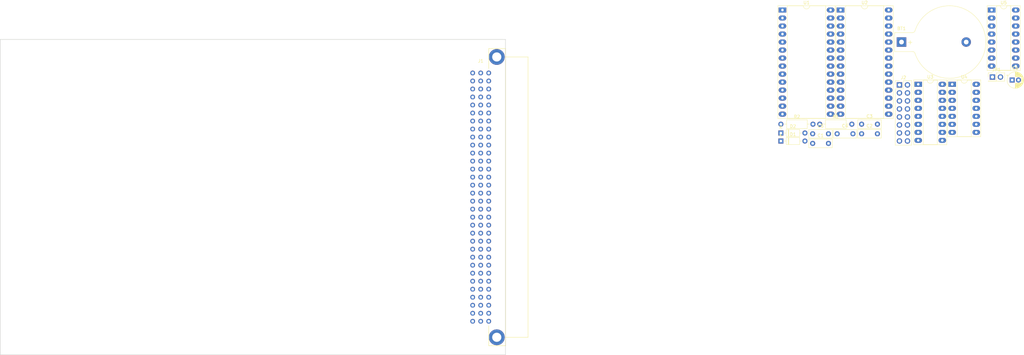
<source format=kicad_pcb>
(kicad_pcb (version 20171130) (host pcbnew 5.0.0+dfsg1-2)

  (general
    (thickness 1.6)
    (drawings 4)
    (tracks 0)
    (zones 0)
    (modules 19)
    (nets 115)
  )

  (page A4)
  (layers
    (0 F.Cu signal)
    (31 B.Cu signal)
    (32 B.Adhes user)
    (33 F.Adhes user)
    (34 B.Paste user)
    (35 F.Paste user)
    (36 B.SilkS user)
    (37 F.SilkS user)
    (38 B.Mask user)
    (39 F.Mask user)
    (40 Dwgs.User user)
    (41 Cmts.User user)
    (42 Eco1.User user)
    (43 Eco2.User user)
    (44 Edge.Cuts user)
    (45 Margin user)
    (46 B.CrtYd user)
    (47 F.CrtYd user)
    (48 B.Fab user)
    (49 F.Fab user)
  )

  (setup
    (last_trace_width 0.3)
    (trace_clearance 0.175)
    (zone_clearance 0.508)
    (zone_45_only no)
    (trace_min 0.125)
    (segment_width 0.2)
    (edge_width 0.15)
    (via_size 0.4)
    (via_drill 0.2)
    (via_min_size 0.325)
    (via_min_drill 0.2)
    (uvia_size 0.3)
    (uvia_drill 0.1)
    (uvias_allowed no)
    (uvia_min_size 0.2)
    (uvia_min_drill 0.1)
    (pcb_text_width 0.3)
    (pcb_text_size 1.5 1.5)
    (mod_edge_width 0.15)
    (mod_text_size 1 1)
    (mod_text_width 0.15)
    (pad_size 1.524 1.524)
    (pad_drill 0.762)
    (pad_to_mask_clearance 0.2)
    (aux_axis_origin 0 0)
    (grid_origin 202.16 100)
    (visible_elements FFFFFF7F)
    (pcbplotparams
      (layerselection 0x010fc_ffffffff)
      (usegerberextensions false)
      (usegerberattributes false)
      (usegerberadvancedattributes false)
      (creategerberjobfile false)
      (excludeedgelayer true)
      (linewidth 0.100000)
      (plotframeref false)
      (viasonmask false)
      (mode 1)
      (useauxorigin false)
      (hpglpennumber 1)
      (hpglpenspeed 20)
      (hpglpendiameter 15.000000)
      (psnegative false)
      (psa4output false)
      (plotreference true)
      (plotvalue true)
      (plotinvisibletext false)
      (padsonsilk false)
      (subtractmaskfromsilk false)
      (outputformat 1)
      (mirror false)
      (drillshape 1)
      (scaleselection 1)
      (outputdirectory ""))
  )

  (net 0 "")
  (net 1 GND)
  (net 2 +BATT)
  (net 3 VMEM)
  (net 4 VCC)
  (net 5 D5)
  (net 6 D3)
  (net 7 D6)
  (net 8 D4)
  (net 9 A2)
  (net 10 A4)
  (net 11 A5)
  (net 12 A6)
  (net 13 ~WAIT)
  (net 14 "Net-(J1-PadA11)")
  (net 15 "Net-(J1-PadA12)")
  (net 16 "Net-(J1-PadA13)")
  (net 17 "Net-(J1-PadA14)")
  (net 18 "Net-(J1-PadA15)")
  (net 19 "Net-(J1-PadA16)")
  (net 20 "Net-(J1-PadA17)")
  (net 21 A14)
  (net 22 "Net-(J1-PadA19)")
  (net 23 "Net-(J1-PadA20)")
  (net 24 "Net-(J1-PadA21)")
  (net 25 "Net-(J1-PadA22)")
  (net 26 "Net-(J1-PadA23)")
  (net 27 "Net-(J1-PadA25)")
  (net 28 "Net-(J1-PadA26)")
  (net 29 "Net-(J1-PadA27)")
  (net 30 "Net-(J1-PadA28)")
  (net 31 A13)
  (net 32 A9)
  (net 33 "Net-(J1-PadA31)")
  (net 34 "Net-(J1-PadB31)")
  (net 35 "Net-(J1-PadB30)")
  (net 36 "Net-(J1-PadB29)")
  (net 37 "Net-(J1-PadB28)")
  (net 38 "Net-(J1-PadB27)")
  (net 39 ~ROB)
  (net 40 "Net-(J1-PadB25)")
  (net 41 "Net-(J1-PadB24)")
  (net 42 "Net-(J1-PadB23)")
  (net 43 "Net-(J1-PadB22)")
  (net 44 "Net-(J1-PadB21)")
  (net 45 "Net-(J1-PadB20)")
  (net 46 "Net-(J1-PadB19)")
  (net 47 "Net-(J1-PadB18)")
  (net 48 "Net-(J1-PadB17)")
  (net 49 "Net-(J1-PadB16)")
  (net 50 "Net-(J1-PadB15)")
  (net 51 "Net-(J1-PadB14)")
  (net 52 "Net-(J1-PadB13)")
  (net 53 "Net-(J1-PadB12)")
  (net 54 "Net-(J1-PadB11)")
  (net 55 "Net-(J1-PadB10)")
  (net 56 "Net-(J1-PadB9)")
  (net 57 "Net-(J1-PadB8)")
  (net 58 "Net-(J1-PadB7)")
  (net 59 "Net-(J1-PadB6)")
  (net 60 "Net-(J1-PadB5)")
  (net 61 "Net-(J1-PadB3)")
  (net 62 "Net-(J1-PadB4)")
  (net 63 "Net-(J1-PadB2)")
  (net 64 D0)
  (net 65 D2)
  (net 66 D7)
  (net 67 A0)
  (net 68 A3)
  (net 69 A1)
  (net 70 A8)
  (net 71 A7)
  (net 72 "Net-(J1-PadC10)")
  (net 73 "Net-(J1-PadC11)")
  (net 74 "Net-(J1-PadC12)")
  (net 75 "Net-(J1-PadC13)")
  (net 76 D1)
  (net 77 "Net-(J1-PadC15)")
  (net 78 "Net-(J1-PadC16)")
  (net 79 A11)
  (net 80 A10)
  (net 81 "Net-(J1-PadC19)")
  (net 82 "Net-(J1-PadC20)")
  (net 83 "Net-(J1-PadC21)")
  (net 84 ~WR)
  (net 85 "Net-(J1-PadC23)")
  (net 86 ~RD)
  (net 87 "Net-(J1-PadC25)")
  (net 88 "Net-(J1-PadC26)")
  (net 89 A12)
  (net 90 A15)
  (net 91 CLK)
  (net 92 ~MREQ)
  (net 93 "Net-(J1-PadC31)")
  (net 94 "Net-(J2-Pad1)")
  (net 95 "Net-(J2-Pad3)")
  (net 96 "Net-(J2-Pad5)")
  (net 97 "Net-(J2-Pad7)")
  (net 98 "Net-(J2-Pad9)")
  (net 99 "Net-(J2-Pad11)")
  (net 100 "Net-(J2-Pad13)")
  (net 101 "Net-(J2-Pad15)")
  (net 102 "Net-(U1-Pad20)")
  (net 103 "Net-(U2-Pad20)")
  (net 104 "Net-(U3-Pad9)")
  (net 105 "Net-(U3-Pad10)")
  (net 106 "Net-(U3-Pad11)")
  (net 107 "Net-(U3-Pad12)")
  (net 108 "Net-(U3-Pad13)")
  (net 109 "Net-(U3-Pad7)")
  (net 110 "Net-(U4-Pad8)")
  (net 111 "Net-(U4-Pad3)")
  (net 112 "Net-(U4-Pad11)")
  (net 113 "Net-(U4-Pad6)")
  (net 114 "Net-(U5-Pad9)")

  (net_class Default "This is the default net class."
    (clearance 0.175)
    (trace_width 0.3)
    (via_dia 0.4)
    (via_drill 0.2)
    (uvia_dia 0.3)
    (uvia_drill 0.1)
    (add_net A0)
    (add_net A1)
    (add_net A10)
    (add_net A11)
    (add_net A12)
    (add_net A13)
    (add_net A14)
    (add_net A15)
    (add_net A2)
    (add_net A3)
    (add_net A4)
    (add_net A5)
    (add_net A6)
    (add_net A7)
    (add_net A8)
    (add_net A9)
    (add_net CLK)
    (add_net D0)
    (add_net D1)
    (add_net D2)
    (add_net D3)
    (add_net D4)
    (add_net D5)
    (add_net D6)
    (add_net D7)
    (add_net "Net-(J1-PadA11)")
    (add_net "Net-(J1-PadA12)")
    (add_net "Net-(J1-PadA13)")
    (add_net "Net-(J1-PadA14)")
    (add_net "Net-(J1-PadA15)")
    (add_net "Net-(J1-PadA16)")
    (add_net "Net-(J1-PadA17)")
    (add_net "Net-(J1-PadA19)")
    (add_net "Net-(J1-PadA20)")
    (add_net "Net-(J1-PadA21)")
    (add_net "Net-(J1-PadA22)")
    (add_net "Net-(J1-PadA23)")
    (add_net "Net-(J1-PadA25)")
    (add_net "Net-(J1-PadA26)")
    (add_net "Net-(J1-PadA27)")
    (add_net "Net-(J1-PadA28)")
    (add_net "Net-(J1-PadA31)")
    (add_net "Net-(J1-PadB10)")
    (add_net "Net-(J1-PadB11)")
    (add_net "Net-(J1-PadB12)")
    (add_net "Net-(J1-PadB13)")
    (add_net "Net-(J1-PadB14)")
    (add_net "Net-(J1-PadB15)")
    (add_net "Net-(J1-PadB16)")
    (add_net "Net-(J1-PadB17)")
    (add_net "Net-(J1-PadB18)")
    (add_net "Net-(J1-PadB19)")
    (add_net "Net-(J1-PadB2)")
    (add_net "Net-(J1-PadB20)")
    (add_net "Net-(J1-PadB21)")
    (add_net "Net-(J1-PadB22)")
    (add_net "Net-(J1-PadB23)")
    (add_net "Net-(J1-PadB24)")
    (add_net "Net-(J1-PadB25)")
    (add_net "Net-(J1-PadB27)")
    (add_net "Net-(J1-PadB28)")
    (add_net "Net-(J1-PadB29)")
    (add_net "Net-(J1-PadB3)")
    (add_net "Net-(J1-PadB30)")
    (add_net "Net-(J1-PadB31)")
    (add_net "Net-(J1-PadB4)")
    (add_net "Net-(J1-PadB5)")
    (add_net "Net-(J1-PadB6)")
    (add_net "Net-(J1-PadB7)")
    (add_net "Net-(J1-PadB8)")
    (add_net "Net-(J1-PadB9)")
    (add_net "Net-(J1-PadC10)")
    (add_net "Net-(J1-PadC11)")
    (add_net "Net-(J1-PadC12)")
    (add_net "Net-(J1-PadC13)")
    (add_net "Net-(J1-PadC15)")
    (add_net "Net-(J1-PadC16)")
    (add_net "Net-(J1-PadC19)")
    (add_net "Net-(J1-PadC20)")
    (add_net "Net-(J1-PadC21)")
    (add_net "Net-(J1-PadC23)")
    (add_net "Net-(J1-PadC25)")
    (add_net "Net-(J1-PadC26)")
    (add_net "Net-(J1-PadC31)")
    (add_net "Net-(J2-Pad1)")
    (add_net "Net-(J2-Pad11)")
    (add_net "Net-(J2-Pad13)")
    (add_net "Net-(J2-Pad15)")
    (add_net "Net-(J2-Pad3)")
    (add_net "Net-(J2-Pad5)")
    (add_net "Net-(J2-Pad7)")
    (add_net "Net-(J2-Pad9)")
    (add_net "Net-(U1-Pad20)")
    (add_net "Net-(U2-Pad20)")
    (add_net "Net-(U3-Pad10)")
    (add_net "Net-(U3-Pad11)")
    (add_net "Net-(U3-Pad12)")
    (add_net "Net-(U3-Pad13)")
    (add_net "Net-(U3-Pad7)")
    (add_net "Net-(U3-Pad9)")
    (add_net "Net-(U4-Pad11)")
    (add_net "Net-(U4-Pad3)")
    (add_net "Net-(U4-Pad6)")
    (add_net "Net-(U4-Pad8)")
    (add_net "Net-(U5-Pad9)")
    (add_net ~MREQ)
    (add_net ~RD)
    (add_net ~ROB)
    (add_net ~WAIT)
    (add_net ~WR)
  )

  (net_class POWER ""
    (clearance 0.175)
    (trace_width 0.5)
    (via_dia 0.6)
    (via_drill 0.3)
    (uvia_dia 0.3)
    (uvia_drill 0.1)
    (add_net +BATT)
    (add_net GND)
    (add_net VCC)
    (add_net VMEM)
  )

  (module Battery:BatteryHolder_Keystone_103_1x20mm (layer F.Cu) (tedit 5787C32C) (tstamp 5CF44ECD)
    (at 335.415001 50.819834)
    (descr http://www.keyelco.com/product-pdf.cfm?p=719)
    (tags "Keystone type 103 battery holder")
    (path /5CA33000)
    (fp_text reference BT1 (at 0 -4.3) (layer F.SilkS)
      (effects (font (size 1 1) (thickness 0.15)))
    )
    (fp_text value Battery_Cell (at 15 13) (layer F.Fab)
      (effects (font (size 1 1) (thickness 0.15)))
    )
    (fp_text user + (at 2.75 0) (layer F.SilkS)
      (effects (font (size 1.5 1.5) (thickness 0.15)))
    )
    (fp_text user %R (at 0 0) (layer F.Fab)
      (effects (font (size 1 1) (thickness 0.15)))
    )
    (fp_arc (start 15.2 0) (end 4.01 3.6) (angle -162.5) (layer F.CrtYd) (width 0.05))
    (fp_arc (start 15.2 0) (end 4.01 -3.6) (angle 162.5) (layer F.CrtYd) (width 0.05))
    (fp_arc (start 3.5 3.8) (end 3.5 3.25) (angle 70) (layer F.CrtYd) (width 0.05))
    (fp_arc (start 3.5 -3.8) (end 3.5 -3.25) (angle -70) (layer F.CrtYd) (width 0.05))
    (fp_arc (start 15.2 0) (end 4.25 3.5) (angle -162.5) (layer F.SilkS) (width 0.12))
    (fp_arc (start 3.5 3.8) (end 3.5 3) (angle 70) (layer F.SilkS) (width 0.12))
    (fp_arc (start 15.2 0) (end 4.25 -3.5) (angle 162.5) (layer F.SilkS) (width 0.12))
    (fp_arc (start 3.5 -3.8) (end 3.5 -3) (angle -70) (layer F.SilkS) (width 0.12))
    (fp_arc (start 3.5 3.8) (end 3.5 2.9) (angle 70) (layer F.Fab) (width 0.1))
    (fp_arc (start 15.2 0) (end 4.35 3.5) (angle -162.5) (layer F.Fab) (width 0.1))
    (fp_arc (start 15.2 0) (end 4.35 -3.5) (angle 162.5) (layer F.Fab) (width 0.1))
    (fp_arc (start 15.2 0) (end 5.2 1.3) (angle -180) (layer F.Fab) (width 0.1))
    (fp_line (start -2.45 -3.25) (end 3.5 -3.25) (layer F.CrtYd) (width 0.05))
    (fp_line (start -2.45 3.25) (end 3.5 3.25) (layer F.CrtYd) (width 0.05))
    (fp_line (start -2.45 3.25) (end -2.45 -3.25) (layer F.CrtYd) (width 0.05))
    (fp_line (start -2.2 -3) (end 3.5 -3) (layer F.SilkS) (width 0.12))
    (fp_line (start -2.2 3) (end -2.2 -3) (layer F.SilkS) (width 0.12))
    (fp_line (start -2.2 3) (end 3.5 3) (layer F.SilkS) (width 0.12))
    (fp_arc (start 15.2 0) (end 9 1.3) (angle -170) (layer F.Fab) (width 0.1))
    (fp_arc (start 15.2 0) (end 13.3 1.3) (angle -150) (layer F.Fab) (width 0.1))
    (fp_line (start 23.5712 7.7216) (end 22.6568 6.8834) (layer F.Fab) (width 0.1))
    (fp_line (start 23.5712 -7.7216) (end 22.6314 -6.858) (layer F.Fab) (width 0.1))
    (fp_arc (start 15.2 0) (end 13.3 -1.3) (angle 150) (layer F.Fab) (width 0.1))
    (fp_arc (start 15.2 0) (end 9 -1.3) (angle 170) (layer F.Fab) (width 0.1))
    (fp_arc (start 15.2 0) (end 5.2 -1.3) (angle 180) (layer F.Fab) (width 0.1))
    (fp_line (start 3.5306 -2.9) (end -1.7 -2.9) (layer F.Fab) (width 0.1))
    (fp_line (start -1.7 2.9) (end 3.5306 2.9) (layer F.Fab) (width 0.1))
    (fp_line (start -2.1 -2.5) (end -2.1 2.5) (layer F.Fab) (width 0.1))
    (fp_line (start 0 1.3) (end 16.2 1.3) (layer F.Fab) (width 0.1))
    (fp_line (start 16.2 -1.3) (end 0 -1.3) (layer F.Fab) (width 0.1))
    (fp_arc (start 3.5 -3.8) (end 3.5 -2.9) (angle -70) (layer F.Fab) (width 0.1))
    (fp_arc (start 16.2 0) (end 16.2 -1.3) (angle 180) (layer F.Fab) (width 0.1))
    (fp_line (start 0 -1.3) (end 0 1.3) (layer F.Fab) (width 0.1))
    (fp_arc (start -1.7 2.5) (end -2.1 2.5) (angle -90) (layer F.Fab) (width 0.1))
    (fp_arc (start -1.7 -2.5) (end -2.1 -2.5) (angle 90) (layer F.Fab) (width 0.1))
    (pad 2 thru_hole circle (at 20.49 0) (size 3 3) (drill 1.5) (layers *.Cu *.Mask)
      (net 1 GND))
    (pad 1 thru_hole rect (at 0 0) (size 3 3) (drill 1.5) (layers *.Cu *.Mask)
      (net 2 +BATT))
    (model ${KISYS3DMOD}/Battery.3dshapes/BatteryHolder_Keystone_103_1x20mm.wrl
      (at (xyz 0 0 0))
      (scale (xyz 1 1 1))
      (rotate (xyz 0 0 0))
    )
  )

  (module Capacitor_THT:C_Rect_L7.2mm_W2.5mm_P5.00mm_FKS2_FKP2_MKS2_MKP2 (layer F.Cu) (tedit 5AE50EF0) (tstamp 5CF44B73)
    (at 307.285001 82.965001)
    (descr "C, Rect series, Radial, pin pitch=5.00mm, , length*width=7.2*2.5mm^2, Capacitor, http://www.wima.com/EN/WIMA_FKS_2.pdf")
    (tags "C Rect series Radial pin pitch 5.00mm  length 7.2mm width 2.5mm Capacitor")
    (path /5D36CF53)
    (fp_text reference C1 (at 2.5 -2.5) (layer F.SilkS)
      (effects (font (size 1 1) (thickness 0.15)))
    )
    (fp_text value C_Small (at 2.5 2.5) (layer F.Fab)
      (effects (font (size 1 1) (thickness 0.15)))
    )
    (fp_line (start -1.1 -1.25) (end -1.1 1.25) (layer F.Fab) (width 0.1))
    (fp_line (start -1.1 1.25) (end 6.1 1.25) (layer F.Fab) (width 0.1))
    (fp_line (start 6.1 1.25) (end 6.1 -1.25) (layer F.Fab) (width 0.1))
    (fp_line (start 6.1 -1.25) (end -1.1 -1.25) (layer F.Fab) (width 0.1))
    (fp_line (start -1.22 -1.37) (end 6.22 -1.37) (layer F.SilkS) (width 0.12))
    (fp_line (start -1.22 1.37) (end 6.22 1.37) (layer F.SilkS) (width 0.12))
    (fp_line (start -1.22 -1.37) (end -1.22 1.37) (layer F.SilkS) (width 0.12))
    (fp_line (start 6.22 -1.37) (end 6.22 1.37) (layer F.SilkS) (width 0.12))
    (fp_line (start -1.35 -1.5) (end -1.35 1.5) (layer F.CrtYd) (width 0.05))
    (fp_line (start -1.35 1.5) (end 6.35 1.5) (layer F.CrtYd) (width 0.05))
    (fp_line (start 6.35 1.5) (end 6.35 -1.5) (layer F.CrtYd) (width 0.05))
    (fp_line (start 6.35 -1.5) (end -1.35 -1.5) (layer F.CrtYd) (width 0.05))
    (fp_text user %R (at 2.5 0) (layer F.Fab)
      (effects (font (size 1 1) (thickness 0.15)))
    )
    (pad 1 thru_hole circle (at 0 0) (size 1.6 1.6) (drill 0.8) (layers *.Cu *.Mask)
      (net 3 VMEM))
    (pad 2 thru_hole circle (at 5 0) (size 1.6 1.6) (drill 0.8) (layers *.Cu *.Mask)
      (net 1 GND))
    (model ${KISYS3DMOD}/Capacitor_THT.3dshapes/C_Rect_L7.2mm_W2.5mm_P5.00mm_FKS2_FKP2_MKS2_MKP2.wrl
      (at (xyz 0 0 0))
      (scale (xyz 1 1 1))
      (rotate (xyz 0 0 0))
    )
  )

  (module Capacitor_THT:C_Rect_L7.2mm_W2.5mm_P5.00mm_FKS2_FKP2_MKS2_MKP2 (layer F.Cu) (tedit 5AE50EF0) (tstamp 5CF44B3D)
    (at 322.785001 79.915001)
    (descr "C, Rect series, Radial, pin pitch=5.00mm, , length*width=7.2*2.5mm^2, Capacitor, http://www.wima.com/EN/WIMA_FKS_2.pdf")
    (tags "C Rect series Radial pin pitch 5.00mm  length 7.2mm width 2.5mm Capacitor")
    (path /5D3801D3)
    (fp_text reference C2 (at 2.5 -2.5) (layer F.SilkS)
      (effects (font (size 1 1) (thickness 0.15)))
    )
    (fp_text value C_Small (at 2.5 2.5) (layer F.Fab)
      (effects (font (size 1 1) (thickness 0.15)))
    )
    (fp_text user %R (at 2.5 0) (layer F.Fab)
      (effects (font (size 1 1) (thickness 0.15)))
    )
    (fp_line (start 6.35 -1.5) (end -1.35 -1.5) (layer F.CrtYd) (width 0.05))
    (fp_line (start 6.35 1.5) (end 6.35 -1.5) (layer F.CrtYd) (width 0.05))
    (fp_line (start -1.35 1.5) (end 6.35 1.5) (layer F.CrtYd) (width 0.05))
    (fp_line (start -1.35 -1.5) (end -1.35 1.5) (layer F.CrtYd) (width 0.05))
    (fp_line (start 6.22 -1.37) (end 6.22 1.37) (layer F.SilkS) (width 0.12))
    (fp_line (start -1.22 -1.37) (end -1.22 1.37) (layer F.SilkS) (width 0.12))
    (fp_line (start -1.22 1.37) (end 6.22 1.37) (layer F.SilkS) (width 0.12))
    (fp_line (start -1.22 -1.37) (end 6.22 -1.37) (layer F.SilkS) (width 0.12))
    (fp_line (start 6.1 -1.25) (end -1.1 -1.25) (layer F.Fab) (width 0.1))
    (fp_line (start 6.1 1.25) (end 6.1 -1.25) (layer F.Fab) (width 0.1))
    (fp_line (start -1.1 1.25) (end 6.1 1.25) (layer F.Fab) (width 0.1))
    (fp_line (start -1.1 -1.25) (end -1.1 1.25) (layer F.Fab) (width 0.1))
    (pad 2 thru_hole circle (at 5 0) (size 1.6 1.6) (drill 0.8) (layers *.Cu *.Mask)
      (net 1 GND))
    (pad 1 thru_hole circle (at 0 0) (size 1.6 1.6) (drill 0.8) (layers *.Cu *.Mask)
      (net 3 VMEM))
    (model ${KISYS3DMOD}/Capacitor_THT.3dshapes/C_Rect_L7.2mm_W2.5mm_P5.00mm_FKS2_FKP2_MKS2_MKP2.wrl
      (at (xyz 0 0 0))
      (scale (xyz 1 1 1))
      (rotate (xyz 0 0 0))
    )
  )

  (module Capacitor_THT:C_Rect_L7.2mm_W2.5mm_P5.00mm_FKS2_FKP2_MKS2_MKP2 (layer F.Cu) (tedit 5AE50EF0) (tstamp 5CF45044)
    (at 322.785001 76.865001)
    (descr "C, Rect series, Radial, pin pitch=5.00mm, , length*width=7.2*2.5mm^2, Capacitor, http://www.wima.com/EN/WIMA_FKS_2.pdf")
    (tags "C Rect series Radial pin pitch 5.00mm  length 7.2mm width 2.5mm Capacitor")
    (path /5D3A6245)
    (fp_text reference C3 (at 2.5 -2.5) (layer F.SilkS)
      (effects (font (size 1 1) (thickness 0.15)))
    )
    (fp_text value C_Small (at 2.5 2.5) (layer F.Fab)
      (effects (font (size 1 1) (thickness 0.15)))
    )
    (fp_line (start -1.1 -1.25) (end -1.1 1.25) (layer F.Fab) (width 0.1))
    (fp_line (start -1.1 1.25) (end 6.1 1.25) (layer F.Fab) (width 0.1))
    (fp_line (start 6.1 1.25) (end 6.1 -1.25) (layer F.Fab) (width 0.1))
    (fp_line (start 6.1 -1.25) (end -1.1 -1.25) (layer F.Fab) (width 0.1))
    (fp_line (start -1.22 -1.37) (end 6.22 -1.37) (layer F.SilkS) (width 0.12))
    (fp_line (start -1.22 1.37) (end 6.22 1.37) (layer F.SilkS) (width 0.12))
    (fp_line (start -1.22 -1.37) (end -1.22 1.37) (layer F.SilkS) (width 0.12))
    (fp_line (start 6.22 -1.37) (end 6.22 1.37) (layer F.SilkS) (width 0.12))
    (fp_line (start -1.35 -1.5) (end -1.35 1.5) (layer F.CrtYd) (width 0.05))
    (fp_line (start -1.35 1.5) (end 6.35 1.5) (layer F.CrtYd) (width 0.05))
    (fp_line (start 6.35 1.5) (end 6.35 -1.5) (layer F.CrtYd) (width 0.05))
    (fp_line (start 6.35 -1.5) (end -1.35 -1.5) (layer F.CrtYd) (width 0.05))
    (fp_text user %R (at 2.5 0) (layer F.Fab)
      (effects (font (size 1 1) (thickness 0.15)))
    )
    (pad 1 thru_hole circle (at 0 0) (size 1.6 1.6) (drill 0.8) (layers *.Cu *.Mask)
      (net 3 VMEM))
    (pad 2 thru_hole circle (at 5 0) (size 1.6 1.6) (drill 0.8) (layers *.Cu *.Mask)
      (net 1 GND))
    (model ${KISYS3DMOD}/Capacitor_THT.3dshapes/C_Rect_L7.2mm_W2.5mm_P5.00mm_FKS2_FKP2_MKS2_MKP2.wrl
      (at (xyz 0 0 0))
      (scale (xyz 1 1 1))
      (rotate (xyz 0 0 0))
    )
  )

  (module Capacitor_THT:C_Rect_L7.2mm_W2.5mm_P5.00mm_FKS2_FKP2_MKS2_MKP2 (layer F.Cu) (tedit 5AE50EF0) (tstamp 5CF44FB4)
    (at 315.035001 79.915001)
    (descr "C, Rect series, Radial, pin pitch=5.00mm, , length*width=7.2*2.5mm^2, Capacitor, http://www.wima.com/EN/WIMA_FKS_2.pdf")
    (tags "C Rect series Radial pin pitch 5.00mm  length 7.2mm width 2.5mm Capacitor")
    (path /5D39320A)
    (fp_text reference C4 (at 2.5 -2.5) (layer F.SilkS)
      (effects (font (size 1 1) (thickness 0.15)))
    )
    (fp_text value C_Small (at 2.5 2.5) (layer F.Fab)
      (effects (font (size 1 1) (thickness 0.15)))
    )
    (fp_line (start -1.1 -1.25) (end -1.1 1.25) (layer F.Fab) (width 0.1))
    (fp_line (start -1.1 1.25) (end 6.1 1.25) (layer F.Fab) (width 0.1))
    (fp_line (start 6.1 1.25) (end 6.1 -1.25) (layer F.Fab) (width 0.1))
    (fp_line (start 6.1 -1.25) (end -1.1 -1.25) (layer F.Fab) (width 0.1))
    (fp_line (start -1.22 -1.37) (end 6.22 -1.37) (layer F.SilkS) (width 0.12))
    (fp_line (start -1.22 1.37) (end 6.22 1.37) (layer F.SilkS) (width 0.12))
    (fp_line (start -1.22 -1.37) (end -1.22 1.37) (layer F.SilkS) (width 0.12))
    (fp_line (start 6.22 -1.37) (end 6.22 1.37) (layer F.SilkS) (width 0.12))
    (fp_line (start -1.35 -1.5) (end -1.35 1.5) (layer F.CrtYd) (width 0.05))
    (fp_line (start -1.35 1.5) (end 6.35 1.5) (layer F.CrtYd) (width 0.05))
    (fp_line (start 6.35 1.5) (end 6.35 -1.5) (layer F.CrtYd) (width 0.05))
    (fp_line (start 6.35 -1.5) (end -1.35 -1.5) (layer F.CrtYd) (width 0.05))
    (fp_text user %R (at 2.5 0) (layer F.Fab)
      (effects (font (size 1 1) (thickness 0.15)))
    )
    (pad 1 thru_hole circle (at 0 0) (size 1.6 1.6) (drill 0.8) (layers *.Cu *.Mask)
      (net 3 VMEM))
    (pad 2 thru_hole circle (at 5 0) (size 1.6 1.6) (drill 0.8) (layers *.Cu *.Mask)
      (net 1 GND))
    (model ${KISYS3DMOD}/Capacitor_THT.3dshapes/C_Rect_L7.2mm_W2.5mm_P5.00mm_FKS2_FKP2_MKS2_MKP2.wrl
      (at (xyz 0 0 0))
      (scale (xyz 1 1 1))
      (rotate (xyz 0 0 0))
    )
  )

  (module Capacitor_THT:C_Rect_L7.2mm_W2.5mm_P5.00mm_FKS2_FKP2_MKS2_MKP2 (layer F.Cu) (tedit 5AE50EF0) (tstamp 5CF448F4)
    (at 307.285001 79.915001)
    (descr "C, Rect series, Radial, pin pitch=5.00mm, , length*width=7.2*2.5mm^2, Capacitor, http://www.wima.com/EN/WIMA_FKS_2.pdf")
    (tags "C Rect series Radial pin pitch 5.00mm  length 7.2mm width 2.5mm Capacitor")
    (path /5D39321C)
    (fp_text reference C5 (at 2.5 -2.5) (layer F.SilkS)
      (effects (font (size 1 1) (thickness 0.15)))
    )
    (fp_text value C_Small (at 2.5 2.5) (layer F.Fab)
      (effects (font (size 1 1) (thickness 0.15)))
    )
    (fp_text user %R (at 2.5 0) (layer F.Fab)
      (effects (font (size 1 1) (thickness 0.15)))
    )
    (fp_line (start 6.35 -1.5) (end -1.35 -1.5) (layer F.CrtYd) (width 0.05))
    (fp_line (start 6.35 1.5) (end 6.35 -1.5) (layer F.CrtYd) (width 0.05))
    (fp_line (start -1.35 1.5) (end 6.35 1.5) (layer F.CrtYd) (width 0.05))
    (fp_line (start -1.35 -1.5) (end -1.35 1.5) (layer F.CrtYd) (width 0.05))
    (fp_line (start 6.22 -1.37) (end 6.22 1.37) (layer F.SilkS) (width 0.12))
    (fp_line (start -1.22 -1.37) (end -1.22 1.37) (layer F.SilkS) (width 0.12))
    (fp_line (start -1.22 1.37) (end 6.22 1.37) (layer F.SilkS) (width 0.12))
    (fp_line (start -1.22 -1.37) (end 6.22 -1.37) (layer F.SilkS) (width 0.12))
    (fp_line (start 6.1 -1.25) (end -1.1 -1.25) (layer F.Fab) (width 0.1))
    (fp_line (start 6.1 1.25) (end 6.1 -1.25) (layer F.Fab) (width 0.1))
    (fp_line (start -1.1 1.25) (end 6.1 1.25) (layer F.Fab) (width 0.1))
    (fp_line (start -1.1 -1.25) (end -1.1 1.25) (layer F.Fab) (width 0.1))
    (pad 2 thru_hole circle (at 5 0) (size 1.6 1.6) (drill 0.8) (layers *.Cu *.Mask)
      (net 1 GND))
    (pad 1 thru_hole circle (at 0 0) (size 1.6 1.6) (drill 0.8) (layers *.Cu *.Mask)
      (net 3 VMEM))
    (model ${KISYS3DMOD}/Capacitor_THT.3dshapes/C_Rect_L7.2mm_W2.5mm_P5.00mm_FKS2_FKP2_MKS2_MKP2.wrl
      (at (xyz 0 0 0))
      (scale (xyz 1 1 1))
      (rotate (xyz 0 0 0))
    )
  )

  (module Capacitor_THT:CP_Radial_D5.0mm_P2.00mm (layer F.Cu) (tedit 5AE50EF0) (tstamp 5CF447DE)
    (at 370.454776 62.865001)
    (descr "CP, Radial series, Radial, pin pitch=2.00mm, , diameter=5mm, Electrolytic Capacitor")
    (tags "CP Radial series Radial pin pitch 2.00mm  diameter 5mm Electrolytic Capacitor")
    (path /5CA4353E)
    (fp_text reference C6 (at 1 -3.75) (layer F.SilkS)
      (effects (font (size 1 1) (thickness 0.15)))
    )
    (fp_text value CP1 (at 1 3.75) (layer F.Fab)
      (effects (font (size 1 1) (thickness 0.15)))
    )
    (fp_circle (center 1 0) (end 3.5 0) (layer F.Fab) (width 0.1))
    (fp_circle (center 1 0) (end 3.62 0) (layer F.SilkS) (width 0.12))
    (fp_circle (center 1 0) (end 3.75 0) (layer F.CrtYd) (width 0.05))
    (fp_line (start -1.133605 -1.0875) (end -0.633605 -1.0875) (layer F.Fab) (width 0.1))
    (fp_line (start -0.883605 -1.3375) (end -0.883605 -0.8375) (layer F.Fab) (width 0.1))
    (fp_line (start 1 1.04) (end 1 2.58) (layer F.SilkS) (width 0.12))
    (fp_line (start 1 -2.58) (end 1 -1.04) (layer F.SilkS) (width 0.12))
    (fp_line (start 1.04 1.04) (end 1.04 2.58) (layer F.SilkS) (width 0.12))
    (fp_line (start 1.04 -2.58) (end 1.04 -1.04) (layer F.SilkS) (width 0.12))
    (fp_line (start 1.08 -2.579) (end 1.08 -1.04) (layer F.SilkS) (width 0.12))
    (fp_line (start 1.08 1.04) (end 1.08 2.579) (layer F.SilkS) (width 0.12))
    (fp_line (start 1.12 -2.578) (end 1.12 -1.04) (layer F.SilkS) (width 0.12))
    (fp_line (start 1.12 1.04) (end 1.12 2.578) (layer F.SilkS) (width 0.12))
    (fp_line (start 1.16 -2.576) (end 1.16 -1.04) (layer F.SilkS) (width 0.12))
    (fp_line (start 1.16 1.04) (end 1.16 2.576) (layer F.SilkS) (width 0.12))
    (fp_line (start 1.2 -2.573) (end 1.2 -1.04) (layer F.SilkS) (width 0.12))
    (fp_line (start 1.2 1.04) (end 1.2 2.573) (layer F.SilkS) (width 0.12))
    (fp_line (start 1.24 -2.569) (end 1.24 -1.04) (layer F.SilkS) (width 0.12))
    (fp_line (start 1.24 1.04) (end 1.24 2.569) (layer F.SilkS) (width 0.12))
    (fp_line (start 1.28 -2.565) (end 1.28 -1.04) (layer F.SilkS) (width 0.12))
    (fp_line (start 1.28 1.04) (end 1.28 2.565) (layer F.SilkS) (width 0.12))
    (fp_line (start 1.32 -2.561) (end 1.32 -1.04) (layer F.SilkS) (width 0.12))
    (fp_line (start 1.32 1.04) (end 1.32 2.561) (layer F.SilkS) (width 0.12))
    (fp_line (start 1.36 -2.556) (end 1.36 -1.04) (layer F.SilkS) (width 0.12))
    (fp_line (start 1.36 1.04) (end 1.36 2.556) (layer F.SilkS) (width 0.12))
    (fp_line (start 1.4 -2.55) (end 1.4 -1.04) (layer F.SilkS) (width 0.12))
    (fp_line (start 1.4 1.04) (end 1.4 2.55) (layer F.SilkS) (width 0.12))
    (fp_line (start 1.44 -2.543) (end 1.44 -1.04) (layer F.SilkS) (width 0.12))
    (fp_line (start 1.44 1.04) (end 1.44 2.543) (layer F.SilkS) (width 0.12))
    (fp_line (start 1.48 -2.536) (end 1.48 -1.04) (layer F.SilkS) (width 0.12))
    (fp_line (start 1.48 1.04) (end 1.48 2.536) (layer F.SilkS) (width 0.12))
    (fp_line (start 1.52 -2.528) (end 1.52 -1.04) (layer F.SilkS) (width 0.12))
    (fp_line (start 1.52 1.04) (end 1.52 2.528) (layer F.SilkS) (width 0.12))
    (fp_line (start 1.56 -2.52) (end 1.56 -1.04) (layer F.SilkS) (width 0.12))
    (fp_line (start 1.56 1.04) (end 1.56 2.52) (layer F.SilkS) (width 0.12))
    (fp_line (start 1.6 -2.511) (end 1.6 -1.04) (layer F.SilkS) (width 0.12))
    (fp_line (start 1.6 1.04) (end 1.6 2.511) (layer F.SilkS) (width 0.12))
    (fp_line (start 1.64 -2.501) (end 1.64 -1.04) (layer F.SilkS) (width 0.12))
    (fp_line (start 1.64 1.04) (end 1.64 2.501) (layer F.SilkS) (width 0.12))
    (fp_line (start 1.68 -2.491) (end 1.68 -1.04) (layer F.SilkS) (width 0.12))
    (fp_line (start 1.68 1.04) (end 1.68 2.491) (layer F.SilkS) (width 0.12))
    (fp_line (start 1.721 -2.48) (end 1.721 -1.04) (layer F.SilkS) (width 0.12))
    (fp_line (start 1.721 1.04) (end 1.721 2.48) (layer F.SilkS) (width 0.12))
    (fp_line (start 1.761 -2.468) (end 1.761 -1.04) (layer F.SilkS) (width 0.12))
    (fp_line (start 1.761 1.04) (end 1.761 2.468) (layer F.SilkS) (width 0.12))
    (fp_line (start 1.801 -2.455) (end 1.801 -1.04) (layer F.SilkS) (width 0.12))
    (fp_line (start 1.801 1.04) (end 1.801 2.455) (layer F.SilkS) (width 0.12))
    (fp_line (start 1.841 -2.442) (end 1.841 -1.04) (layer F.SilkS) (width 0.12))
    (fp_line (start 1.841 1.04) (end 1.841 2.442) (layer F.SilkS) (width 0.12))
    (fp_line (start 1.881 -2.428) (end 1.881 -1.04) (layer F.SilkS) (width 0.12))
    (fp_line (start 1.881 1.04) (end 1.881 2.428) (layer F.SilkS) (width 0.12))
    (fp_line (start 1.921 -2.414) (end 1.921 -1.04) (layer F.SilkS) (width 0.12))
    (fp_line (start 1.921 1.04) (end 1.921 2.414) (layer F.SilkS) (width 0.12))
    (fp_line (start 1.961 -2.398) (end 1.961 -1.04) (layer F.SilkS) (width 0.12))
    (fp_line (start 1.961 1.04) (end 1.961 2.398) (layer F.SilkS) (width 0.12))
    (fp_line (start 2.001 -2.382) (end 2.001 -1.04) (layer F.SilkS) (width 0.12))
    (fp_line (start 2.001 1.04) (end 2.001 2.382) (layer F.SilkS) (width 0.12))
    (fp_line (start 2.041 -2.365) (end 2.041 -1.04) (layer F.SilkS) (width 0.12))
    (fp_line (start 2.041 1.04) (end 2.041 2.365) (layer F.SilkS) (width 0.12))
    (fp_line (start 2.081 -2.348) (end 2.081 -1.04) (layer F.SilkS) (width 0.12))
    (fp_line (start 2.081 1.04) (end 2.081 2.348) (layer F.SilkS) (width 0.12))
    (fp_line (start 2.121 -2.329) (end 2.121 -1.04) (layer F.SilkS) (width 0.12))
    (fp_line (start 2.121 1.04) (end 2.121 2.329) (layer F.SilkS) (width 0.12))
    (fp_line (start 2.161 -2.31) (end 2.161 -1.04) (layer F.SilkS) (width 0.12))
    (fp_line (start 2.161 1.04) (end 2.161 2.31) (layer F.SilkS) (width 0.12))
    (fp_line (start 2.201 -2.29) (end 2.201 -1.04) (layer F.SilkS) (width 0.12))
    (fp_line (start 2.201 1.04) (end 2.201 2.29) (layer F.SilkS) (width 0.12))
    (fp_line (start 2.241 -2.268) (end 2.241 -1.04) (layer F.SilkS) (width 0.12))
    (fp_line (start 2.241 1.04) (end 2.241 2.268) (layer F.SilkS) (width 0.12))
    (fp_line (start 2.281 -2.247) (end 2.281 -1.04) (layer F.SilkS) (width 0.12))
    (fp_line (start 2.281 1.04) (end 2.281 2.247) (layer F.SilkS) (width 0.12))
    (fp_line (start 2.321 -2.224) (end 2.321 -1.04) (layer F.SilkS) (width 0.12))
    (fp_line (start 2.321 1.04) (end 2.321 2.224) (layer F.SilkS) (width 0.12))
    (fp_line (start 2.361 -2.2) (end 2.361 -1.04) (layer F.SilkS) (width 0.12))
    (fp_line (start 2.361 1.04) (end 2.361 2.2) (layer F.SilkS) (width 0.12))
    (fp_line (start 2.401 -2.175) (end 2.401 -1.04) (layer F.SilkS) (width 0.12))
    (fp_line (start 2.401 1.04) (end 2.401 2.175) (layer F.SilkS) (width 0.12))
    (fp_line (start 2.441 -2.149) (end 2.441 -1.04) (layer F.SilkS) (width 0.12))
    (fp_line (start 2.441 1.04) (end 2.441 2.149) (layer F.SilkS) (width 0.12))
    (fp_line (start 2.481 -2.122) (end 2.481 -1.04) (layer F.SilkS) (width 0.12))
    (fp_line (start 2.481 1.04) (end 2.481 2.122) (layer F.SilkS) (width 0.12))
    (fp_line (start 2.521 -2.095) (end 2.521 -1.04) (layer F.SilkS) (width 0.12))
    (fp_line (start 2.521 1.04) (end 2.521 2.095) (layer F.SilkS) (width 0.12))
    (fp_line (start 2.561 -2.065) (end 2.561 -1.04) (layer F.SilkS) (width 0.12))
    (fp_line (start 2.561 1.04) (end 2.561 2.065) (layer F.SilkS) (width 0.12))
    (fp_line (start 2.601 -2.035) (end 2.601 -1.04) (layer F.SilkS) (width 0.12))
    (fp_line (start 2.601 1.04) (end 2.601 2.035) (layer F.SilkS) (width 0.12))
    (fp_line (start 2.641 -2.004) (end 2.641 -1.04) (layer F.SilkS) (width 0.12))
    (fp_line (start 2.641 1.04) (end 2.641 2.004) (layer F.SilkS) (width 0.12))
    (fp_line (start 2.681 -1.971) (end 2.681 -1.04) (layer F.SilkS) (width 0.12))
    (fp_line (start 2.681 1.04) (end 2.681 1.971) (layer F.SilkS) (width 0.12))
    (fp_line (start 2.721 -1.937) (end 2.721 -1.04) (layer F.SilkS) (width 0.12))
    (fp_line (start 2.721 1.04) (end 2.721 1.937) (layer F.SilkS) (width 0.12))
    (fp_line (start 2.761 -1.901) (end 2.761 -1.04) (layer F.SilkS) (width 0.12))
    (fp_line (start 2.761 1.04) (end 2.761 1.901) (layer F.SilkS) (width 0.12))
    (fp_line (start 2.801 -1.864) (end 2.801 -1.04) (layer F.SilkS) (width 0.12))
    (fp_line (start 2.801 1.04) (end 2.801 1.864) (layer F.SilkS) (width 0.12))
    (fp_line (start 2.841 -1.826) (end 2.841 -1.04) (layer F.SilkS) (width 0.12))
    (fp_line (start 2.841 1.04) (end 2.841 1.826) (layer F.SilkS) (width 0.12))
    (fp_line (start 2.881 -1.785) (end 2.881 -1.04) (layer F.SilkS) (width 0.12))
    (fp_line (start 2.881 1.04) (end 2.881 1.785) (layer F.SilkS) (width 0.12))
    (fp_line (start 2.921 -1.743) (end 2.921 -1.04) (layer F.SilkS) (width 0.12))
    (fp_line (start 2.921 1.04) (end 2.921 1.743) (layer F.SilkS) (width 0.12))
    (fp_line (start 2.961 -1.699) (end 2.961 -1.04) (layer F.SilkS) (width 0.12))
    (fp_line (start 2.961 1.04) (end 2.961 1.699) (layer F.SilkS) (width 0.12))
    (fp_line (start 3.001 -1.653) (end 3.001 -1.04) (layer F.SilkS) (width 0.12))
    (fp_line (start 3.001 1.04) (end 3.001 1.653) (layer F.SilkS) (width 0.12))
    (fp_line (start 3.041 -1.605) (end 3.041 1.605) (layer F.SilkS) (width 0.12))
    (fp_line (start 3.081 -1.554) (end 3.081 1.554) (layer F.SilkS) (width 0.12))
    (fp_line (start 3.121 -1.5) (end 3.121 1.5) (layer F.SilkS) (width 0.12))
    (fp_line (start 3.161 -1.443) (end 3.161 1.443) (layer F.SilkS) (width 0.12))
    (fp_line (start 3.201 -1.383) (end 3.201 1.383) (layer F.SilkS) (width 0.12))
    (fp_line (start 3.241 -1.319) (end 3.241 1.319) (layer F.SilkS) (width 0.12))
    (fp_line (start 3.281 -1.251) (end 3.281 1.251) (layer F.SilkS) (width 0.12))
    (fp_line (start 3.321 -1.178) (end 3.321 1.178) (layer F.SilkS) (width 0.12))
    (fp_line (start 3.361 -1.098) (end 3.361 1.098) (layer F.SilkS) (width 0.12))
    (fp_line (start 3.401 -1.011) (end 3.401 1.011) (layer F.SilkS) (width 0.12))
    (fp_line (start 3.441 -0.915) (end 3.441 0.915) (layer F.SilkS) (width 0.12))
    (fp_line (start 3.481 -0.805) (end 3.481 0.805) (layer F.SilkS) (width 0.12))
    (fp_line (start 3.521 -0.677) (end 3.521 0.677) (layer F.SilkS) (width 0.12))
    (fp_line (start 3.561 -0.518) (end 3.561 0.518) (layer F.SilkS) (width 0.12))
    (fp_line (start 3.601 -0.284) (end 3.601 0.284) (layer F.SilkS) (width 0.12))
    (fp_line (start -1.804775 -1.475) (end -1.304775 -1.475) (layer F.SilkS) (width 0.12))
    (fp_line (start -1.554775 -1.725) (end -1.554775 -1.225) (layer F.SilkS) (width 0.12))
    (fp_text user %R (at 1 0) (layer F.Fab)
      (effects (font (size 1 1) (thickness 0.15)))
    )
    (pad 1 thru_hole rect (at 0 0) (size 1.6 1.6) (drill 0.8) (layers *.Cu *.Mask)
      (net 3 VMEM))
    (pad 2 thru_hole circle (at 2 0) (size 1.6 1.6) (drill 0.8) (layers *.Cu *.Mask)
      (net 1 GND))
    (model ${KISYS3DMOD}/Capacitor_THT.3dshapes/CP_Radial_D5.0mm_P2.00mm.wrl
      (at (xyz 0 0 0))
      (scale (xyz 1 1 1))
      (rotate (xyz 0 0 0))
    )
  )

  (module Diode_THT:D_DO-35_SOD27_P7.62mm_Horizontal (layer F.Cu) (tedit 5AE50CD5) (tstamp 5CF44BB5)
    (at 297.215001 82.215001)
    (descr "Diode, DO-35_SOD27 series, Axial, Horizontal, pin pitch=7.62mm, , length*diameter=4*2mm^2, , http://www.diodes.com/_files/packages/DO-35.pdf")
    (tags "Diode DO-35_SOD27 series Axial Horizontal pin pitch 7.62mm  length 4mm diameter 2mm")
    (path /5CA362BE)
    (fp_text reference D1 (at 3.81 -2.12) (layer F.SilkS)
      (effects (font (size 1 1) (thickness 0.15)))
    )
    (fp_text value D_ALT (at 3.81 2.12) (layer F.Fab)
      (effects (font (size 1 1) (thickness 0.15)))
    )
    (fp_text user K (at 0 -1.8) (layer F.SilkS)
      (effects (font (size 1 1) (thickness 0.15)))
    )
    (fp_text user K (at 0 -1.8) (layer F.Fab)
      (effects (font (size 1 1) (thickness 0.15)))
    )
    (fp_text user %R (at 4.11 0) (layer F.Fab)
      (effects (font (size 0.8 0.8) (thickness 0.12)))
    )
    (fp_line (start 8.67 -1.25) (end -1.05 -1.25) (layer F.CrtYd) (width 0.05))
    (fp_line (start 8.67 1.25) (end 8.67 -1.25) (layer F.CrtYd) (width 0.05))
    (fp_line (start -1.05 1.25) (end 8.67 1.25) (layer F.CrtYd) (width 0.05))
    (fp_line (start -1.05 -1.25) (end -1.05 1.25) (layer F.CrtYd) (width 0.05))
    (fp_line (start 2.29 -1.12) (end 2.29 1.12) (layer F.SilkS) (width 0.12))
    (fp_line (start 2.53 -1.12) (end 2.53 1.12) (layer F.SilkS) (width 0.12))
    (fp_line (start 2.41 -1.12) (end 2.41 1.12) (layer F.SilkS) (width 0.12))
    (fp_line (start 6.58 0) (end 5.93 0) (layer F.SilkS) (width 0.12))
    (fp_line (start 1.04 0) (end 1.69 0) (layer F.SilkS) (width 0.12))
    (fp_line (start 5.93 -1.12) (end 1.69 -1.12) (layer F.SilkS) (width 0.12))
    (fp_line (start 5.93 1.12) (end 5.93 -1.12) (layer F.SilkS) (width 0.12))
    (fp_line (start 1.69 1.12) (end 5.93 1.12) (layer F.SilkS) (width 0.12))
    (fp_line (start 1.69 -1.12) (end 1.69 1.12) (layer F.SilkS) (width 0.12))
    (fp_line (start 2.31 -1) (end 2.31 1) (layer F.Fab) (width 0.1))
    (fp_line (start 2.51 -1) (end 2.51 1) (layer F.Fab) (width 0.1))
    (fp_line (start 2.41 -1) (end 2.41 1) (layer F.Fab) (width 0.1))
    (fp_line (start 7.62 0) (end 5.81 0) (layer F.Fab) (width 0.1))
    (fp_line (start 0 0) (end 1.81 0) (layer F.Fab) (width 0.1))
    (fp_line (start 5.81 -1) (end 1.81 -1) (layer F.Fab) (width 0.1))
    (fp_line (start 5.81 1) (end 5.81 -1) (layer F.Fab) (width 0.1))
    (fp_line (start 1.81 1) (end 5.81 1) (layer F.Fab) (width 0.1))
    (fp_line (start 1.81 -1) (end 1.81 1) (layer F.Fab) (width 0.1))
    (pad 2 thru_hole oval (at 7.62 0) (size 1.6 1.6) (drill 0.8) (layers *.Cu *.Mask)
      (net 2 +BATT))
    (pad 1 thru_hole rect (at 0 0) (size 1.6 1.6) (drill 0.8) (layers *.Cu *.Mask)
      (net 3 VMEM))
    (model ${KISYS3DMOD}/Diode_THT.3dshapes/D_DO-35_SOD27_P7.62mm_Horizontal.wrl
      (at (xyz 0 0 0))
      (scale (xyz 1 1 1))
      (rotate (xyz 0 0 0))
    )
  )

  (module Diode_THT:D_DO-35_SOD27_P7.62mm_Horizontal (layer F.Cu) (tedit 5AE50CD5) (tstamp 5CF44FF6)
    (at 297.215001 79.665001)
    (descr "Diode, DO-35_SOD27 series, Axial, Horizontal, pin pitch=7.62mm, , length*diameter=4*2mm^2, , http://www.diodes.com/_files/packages/DO-35.pdf")
    (tags "Diode DO-35_SOD27 series Axial Horizontal pin pitch 7.62mm  length 4mm diameter 2mm")
    (path /5CA36316)
    (fp_text reference D2 (at 3.81 -2.12) (layer F.SilkS)
      (effects (font (size 1 1) (thickness 0.15)))
    )
    (fp_text value D_ALT (at 3.81 2.12) (layer F.Fab)
      (effects (font (size 1 1) (thickness 0.15)))
    )
    (fp_line (start 1.81 -1) (end 1.81 1) (layer F.Fab) (width 0.1))
    (fp_line (start 1.81 1) (end 5.81 1) (layer F.Fab) (width 0.1))
    (fp_line (start 5.81 1) (end 5.81 -1) (layer F.Fab) (width 0.1))
    (fp_line (start 5.81 -1) (end 1.81 -1) (layer F.Fab) (width 0.1))
    (fp_line (start 0 0) (end 1.81 0) (layer F.Fab) (width 0.1))
    (fp_line (start 7.62 0) (end 5.81 0) (layer F.Fab) (width 0.1))
    (fp_line (start 2.41 -1) (end 2.41 1) (layer F.Fab) (width 0.1))
    (fp_line (start 2.51 -1) (end 2.51 1) (layer F.Fab) (width 0.1))
    (fp_line (start 2.31 -1) (end 2.31 1) (layer F.Fab) (width 0.1))
    (fp_line (start 1.69 -1.12) (end 1.69 1.12) (layer F.SilkS) (width 0.12))
    (fp_line (start 1.69 1.12) (end 5.93 1.12) (layer F.SilkS) (width 0.12))
    (fp_line (start 5.93 1.12) (end 5.93 -1.12) (layer F.SilkS) (width 0.12))
    (fp_line (start 5.93 -1.12) (end 1.69 -1.12) (layer F.SilkS) (width 0.12))
    (fp_line (start 1.04 0) (end 1.69 0) (layer F.SilkS) (width 0.12))
    (fp_line (start 6.58 0) (end 5.93 0) (layer F.SilkS) (width 0.12))
    (fp_line (start 2.41 -1.12) (end 2.41 1.12) (layer F.SilkS) (width 0.12))
    (fp_line (start 2.53 -1.12) (end 2.53 1.12) (layer F.SilkS) (width 0.12))
    (fp_line (start 2.29 -1.12) (end 2.29 1.12) (layer F.SilkS) (width 0.12))
    (fp_line (start -1.05 -1.25) (end -1.05 1.25) (layer F.CrtYd) (width 0.05))
    (fp_line (start -1.05 1.25) (end 8.67 1.25) (layer F.CrtYd) (width 0.05))
    (fp_line (start 8.67 1.25) (end 8.67 -1.25) (layer F.CrtYd) (width 0.05))
    (fp_line (start 8.67 -1.25) (end -1.05 -1.25) (layer F.CrtYd) (width 0.05))
    (fp_text user %R (at 4.11 0) (layer F.Fab)
      (effects (font (size 0.8 0.8) (thickness 0.12)))
    )
    (fp_text user K (at 0 -1.8) (layer F.Fab)
      (effects (font (size 1 1) (thickness 0.15)))
    )
    (fp_text user K (at 0 -1.8) (layer F.SilkS)
      (effects (font (size 1 1) (thickness 0.15)))
    )
    (pad 1 thru_hole rect (at 0 0) (size 1.6 1.6) (drill 0.8) (layers *.Cu *.Mask)
      (net 3 VMEM))
    (pad 2 thru_hole oval (at 7.62 0) (size 1.6 1.6) (drill 0.8) (layers *.Cu *.Mask)
      (net 4 VCC))
    (model ${KISYS3DMOD}/Diode_THT.3dshapes/D_DO-35_SOD27_P7.62mm_Horizontal.wrl
      (at (xyz 0 0 0))
      (scale (xyz 1 1 1))
      (rotate (xyz 0 0 0))
    )
  )

  (module common:Socket_DIN41612-CaseC1-full-Male-96Pin-3rows locked (layer F.Cu) (tedit 5C5218C1) (tstamp 5CF44C5E)
    (at 202.16 100 90)
    (path /5CC5B9A8)
    (fp_text reference J1 (at 43.18 0 180) (layer F.SilkS)
      (effects (font (size 1 1) (thickness 0.15)))
    )
    (fp_text value C96ABC (at 0 12.7 90) (layer F.Fab)
      (effects (font (size 1 1) (thickness 0.15)))
    )
    (fp_line (start 44.45 7.874) (end 44.45 14.986) (layer F.SilkS) (width 0.15))
    (fp_line (start 44.45 14.986) (end -44.45 14.986) (layer F.SilkS) (width 0.15))
    (fp_line (start -44.45 14.986) (end -44.45 7.874) (layer F.SilkS) (width 0.15))
    (fp_line (start 47.117 2.54) (end 40.767 2.54) (layer F.SilkS) (width 0.15))
    (fp_line (start 47.117 2.54) (end 47.117 7.874) (layer F.SilkS) (width 0.15))
    (fp_line (start 47.117 7.874) (end -47.117 7.874) (layer F.SilkS) (width 0.15))
    (fp_line (start -47.117 7.874) (end -47.117 2.54) (layer F.SilkS) (width 0.15))
    (fp_line (start -47.117 2.54) (end -40.767 2.54) (layer F.SilkS) (width 0.15))
    (pad A1 thru_hole circle (at 39.37 2.54 270) (size 1.50114 1.50114) (drill 0.8001) (layers *.Cu *.Mask)
      (net 4 VCC))
    (pad A2 thru_hole circle (at 36.83 2.54 270) (size 1.50114 1.50114) (drill 0.8001) (layers *.Cu *.Mask)
      (net 5 D5))
    (pad A4 thru_hole circle (at 31.75 2.54 270) (size 1.50114 1.50114) (drill 0.8001) (layers *.Cu *.Mask)
      (net 6 D3))
    (pad A3 thru_hole circle (at 34.29 2.54 270) (size 1.50114 1.50114) (drill 0.8001) (layers *.Cu *.Mask)
      (net 7 D6))
    (pad A5 thru_hole circle (at 29.21 2.54 270) (size 1.50114 1.50114) (drill 0.8001) (layers *.Cu *.Mask)
      (net 8 D4))
    (pad A6 thru_hole circle (at 26.67 2.54 270) (size 1.50114 1.50114) (drill 0.8001) (layers *.Cu *.Mask)
      (net 9 A2))
    (pad A7 thru_hole circle (at 24.13 2.54 270) (size 1.50114 1.50114) (drill 0.8001) (layers *.Cu *.Mask)
      (net 10 A4))
    (pad A8 thru_hole circle (at 21.59 2.54 270) (size 1.50114 1.50114) (drill 0.8001) (layers *.Cu *.Mask)
      (net 11 A5))
    (pad A9 thru_hole circle (at 19.05 2.54 270) (size 1.50114 1.50114) (drill 0.8001) (layers *.Cu *.Mask)
      (net 12 A6))
    (pad A10 thru_hole circle (at 16.51 2.54 270) (size 1.50114 1.50114) (drill 0.8001) (layers *.Cu *.Mask)
      (net 13 ~WAIT))
    (pad A11 thru_hole circle (at 13.97 2.54 270) (size 1.50114 1.50114) (drill 0.8001) (layers *.Cu *.Mask)
      (net 14 "Net-(J1-PadA11)"))
    (pad A12 thru_hole circle (at 11.43 2.54 270) (size 1.50114 1.50114) (drill 0.8001) (layers *.Cu *.Mask)
      (net 15 "Net-(J1-PadA12)"))
    (pad A13 thru_hole circle (at 8.89 2.54 270) (size 1.50114 1.50114) (drill 0.8001) (layers *.Cu *.Mask)
      (net 16 "Net-(J1-PadA13)"))
    (pad A14 thru_hole circle (at 6.35 2.54 270) (size 1.50114 1.50114) (drill 0.8001) (layers *.Cu *.Mask)
      (net 17 "Net-(J1-PadA14)"))
    (pad A15 thru_hole circle (at 3.81 2.54 270) (size 1.50114 1.50114) (drill 0.8001) (layers *.Cu *.Mask)
      (net 18 "Net-(J1-PadA15)"))
    (pad A16 thru_hole circle (at 1.27 2.54 270) (size 1.50114 1.50114) (drill 0.8001) (layers *.Cu *.Mask)
      (net 19 "Net-(J1-PadA16)"))
    (pad A17 thru_hole circle (at -1.27 2.54 270) (size 1.50114 1.50114) (drill 0.8001) (layers *.Cu *.Mask)
      (net 20 "Net-(J1-PadA17)"))
    (pad A18 thru_hole circle (at -3.81 2.54 270) (size 1.50114 1.50114) (drill 0.8001) (layers *.Cu *.Mask)
      (net 21 A14))
    (pad A19 thru_hole circle (at -6.35 2.54 270) (size 1.50114 1.50114) (drill 0.8001) (layers *.Cu *.Mask)
      (net 22 "Net-(J1-PadA19)"))
    (pad A20 thru_hole circle (at -8.89 2.54 270) (size 1.50114 1.50114) (drill 0.8001) (layers *.Cu *.Mask)
      (net 23 "Net-(J1-PadA20)"))
    (pad A21 thru_hole circle (at -11.43 2.54 270) (size 1.50114 1.50114) (drill 0.8001) (layers *.Cu *.Mask)
      (net 24 "Net-(J1-PadA21)"))
    (pad A22 thru_hole circle (at -13.97 2.54 270) (size 1.50114 1.50114) (drill 0.8001) (layers *.Cu *.Mask)
      (net 25 "Net-(J1-PadA22)"))
    (pad A23 thru_hole circle (at -16.51 2.54 270) (size 1.50114 1.50114) (drill 0.8001) (layers *.Cu *.Mask)
      (net 26 "Net-(J1-PadA23)"))
    (pad A24 thru_hole circle (at -19.05 2.54 270) (size 1.50114 1.50114) (drill 0.8001) (layers *.Cu *.Mask)
      (net 2 +BATT))
    (pad A25 thru_hole circle (at -21.59 2.54 270) (size 1.50114 1.50114) (drill 0.8001) (layers *.Cu *.Mask)
      (net 27 "Net-(J1-PadA25)"))
    (pad A26 thru_hole circle (at -24.13 2.54 270) (size 1.50114 1.50114) (drill 0.8001) (layers *.Cu *.Mask)
      (net 28 "Net-(J1-PadA26)"))
    (pad A27 thru_hole circle (at -26.67 2.54 270) (size 1.50114 1.50114) (drill 0.8001) (layers *.Cu *.Mask)
      (net 29 "Net-(J1-PadA27)"))
    (pad A28 thru_hole circle (at -29.21 2.54 270) (size 1.50114 1.50114) (drill 0.8001) (layers *.Cu *.Mask)
      (net 30 "Net-(J1-PadA28)"))
    (pad A29 thru_hole circle (at -31.75 2.54 270) (size 1.50114 1.50114) (drill 0.8001) (layers *.Cu *.Mask)
      (net 31 A13))
    (pad A30 thru_hole circle (at -34.29 2.54 270) (size 1.50114 1.50114) (drill 0.8001) (layers *.Cu *.Mask)
      (net 32 A9))
    (pad A31 thru_hole circle (at -36.83 2.54 270) (size 1.50114 1.50114) (drill 0.8001) (layers *.Cu *.Mask)
      (net 33 "Net-(J1-PadA31)"))
    (pad A32 thru_hole circle (at -39.37 2.54 270) (size 1.50114 1.50114) (drill 0.8001) (layers *.Cu *.Mask)
      (net 1 GND))
    (pad B32 thru_hole circle (at -39.37 0 270) (size 1.50114 1.50114) (drill 0.8001) (layers *.Cu *.Mask)
      (net 1 GND))
    (pad B31 thru_hole circle (at -36.83 0 270) (size 1.50114 1.50114) (drill 0.8001) (layers *.Cu *.Mask)
      (net 34 "Net-(J1-PadB31)"))
    (pad B30 thru_hole circle (at -34.29 0 270) (size 1.50114 1.50114) (drill 0.8001) (layers *.Cu *.Mask)
      (net 35 "Net-(J1-PadB30)"))
    (pad B29 thru_hole circle (at -31.75 0 270) (size 1.50114 1.50114) (drill 0.8001) (layers *.Cu *.Mask)
      (net 36 "Net-(J1-PadB29)"))
    (pad B28 thru_hole circle (at -29.21 0 270) (size 1.50114 1.50114) (drill 0.8001) (layers *.Cu *.Mask)
      (net 37 "Net-(J1-PadB28)"))
    (pad B27 thru_hole circle (at -26.67 0 270) (size 1.50114 1.50114) (drill 0.8001) (layers *.Cu *.Mask)
      (net 38 "Net-(J1-PadB27)"))
    (pad B26 thru_hole circle (at -24.13 0 270) (size 1.50114 1.50114) (drill 0.8001) (layers *.Cu *.Mask)
      (net 39 ~ROB))
    (pad B25 thru_hole circle (at -21.59 0 270) (size 1.50114 1.50114) (drill 0.8001) (layers *.Cu *.Mask)
      (net 40 "Net-(J1-PadB25)"))
    (pad B24 thru_hole circle (at -19.05 0 270) (size 1.50114 1.50114) (drill 0.8001) (layers *.Cu *.Mask)
      (net 41 "Net-(J1-PadB24)"))
    (pad B23 thru_hole circle (at -16.51 0 270) (size 1.50114 1.50114) (drill 0.8001) (layers *.Cu *.Mask)
      (net 42 "Net-(J1-PadB23)"))
    (pad B22 thru_hole circle (at -13.97 0 270) (size 1.50114 1.50114) (drill 0.8001) (layers *.Cu *.Mask)
      (net 43 "Net-(J1-PadB22)"))
    (pad B21 thru_hole circle (at -11.43 0 270) (size 1.50114 1.50114) (drill 0.8001) (layers *.Cu *.Mask)
      (net 44 "Net-(J1-PadB21)"))
    (pad B20 thru_hole circle (at -8.89 0 270) (size 1.50114 1.50114) (drill 0.8001) (layers *.Cu *.Mask)
      (net 45 "Net-(J1-PadB20)"))
    (pad B19 thru_hole circle (at -6.35 0 270) (size 1.50114 1.50114) (drill 0.8001) (layers *.Cu *.Mask)
      (net 46 "Net-(J1-PadB19)"))
    (pad B18 thru_hole circle (at -3.81 0 270) (size 1.50114 1.50114) (drill 0.8001) (layers *.Cu *.Mask)
      (net 47 "Net-(J1-PadB18)"))
    (pad B17 thru_hole circle (at -1.27 0 270) (size 1.50114 1.50114) (drill 0.8001) (layers *.Cu *.Mask)
      (net 48 "Net-(J1-PadB17)"))
    (pad B16 thru_hole circle (at 1.27 0 270) (size 1.50114 1.50114) (drill 0.8001) (layers *.Cu *.Mask)
      (net 49 "Net-(J1-PadB16)"))
    (pad B15 thru_hole circle (at 3.81 0 270) (size 1.50114 1.50114) (drill 0.8001) (layers *.Cu *.Mask)
      (net 50 "Net-(J1-PadB15)"))
    (pad B14 thru_hole circle (at 6.35 0 270) (size 1.50114 1.50114) (drill 0.8001) (layers *.Cu *.Mask)
      (net 51 "Net-(J1-PadB14)"))
    (pad B13 thru_hole circle (at 8.89 0 270) (size 1.50114 1.50114) (drill 0.8001) (layers *.Cu *.Mask)
      (net 52 "Net-(J1-PadB13)"))
    (pad B12 thru_hole circle (at 11.43 0 270) (size 1.50114 1.50114) (drill 0.8001) (layers *.Cu *.Mask)
      (net 53 "Net-(J1-PadB12)"))
    (pad B11 thru_hole circle (at 13.97 0 270) (size 1.50114 1.50114) (drill 0.8001) (layers *.Cu *.Mask)
      (net 54 "Net-(J1-PadB11)"))
    (pad B10 thru_hole circle (at 16.51 0 270) (size 1.50114 1.50114) (drill 0.8001) (layers *.Cu *.Mask)
      (net 55 "Net-(J1-PadB10)"))
    (pad B9 thru_hole circle (at 19.05 0 270) (size 1.50114 1.50114) (drill 0.8001) (layers *.Cu *.Mask)
      (net 56 "Net-(J1-PadB9)"))
    (pad B8 thru_hole circle (at 21.59 0 270) (size 1.50114 1.50114) (drill 0.8001) (layers *.Cu *.Mask)
      (net 57 "Net-(J1-PadB8)"))
    (pad B7 thru_hole circle (at 24.13 0 270) (size 1.50114 1.50114) (drill 0.8001) (layers *.Cu *.Mask)
      (net 58 "Net-(J1-PadB7)"))
    (pad B6 thru_hole circle (at 26.67 0 270) (size 1.50114 1.50114) (drill 0.8001) (layers *.Cu *.Mask)
      (net 59 "Net-(J1-PadB6)"))
    (pad B5 thru_hole circle (at 29.21 0 270) (size 1.50114 1.50114) (drill 0.8001) (layers *.Cu *.Mask)
      (net 60 "Net-(J1-PadB5)"))
    (pad B3 thru_hole circle (at 34.29 0 270) (size 1.50114 1.50114) (drill 0.8001) (layers *.Cu *.Mask)
      (net 61 "Net-(J1-PadB3)"))
    (pad B4 thru_hole circle (at 31.75 0 270) (size 1.50114 1.50114) (drill 0.8001) (layers *.Cu *.Mask)
      (net 62 "Net-(J1-PadB4)"))
    (pad B2 thru_hole circle (at 36.83 0 270) (size 1.50114 1.50114) (drill 0.8001) (layers *.Cu *.Mask)
      (net 63 "Net-(J1-PadB2)"))
    (pad B1 thru_hole circle (at 39.37 0 270) (size 1.50114 1.50114) (drill 0.8001) (layers *.Cu *.Mask)
      (net 4 VCC))
    (pad C1 thru_hole circle (at 39.37 -2.54 270) (size 1.50114 1.50114) (drill 0.8001) (layers *.Cu *.Mask)
      (net 4 VCC))
    (pad C2 thru_hole circle (at 36.83 -2.54 270) (size 1.50114 1.50114) (drill 0.8001) (layers *.Cu *.Mask)
      (net 64 D0))
    (pad C4 thru_hole circle (at 31.75 -2.54 270) (size 1.50114 1.50114) (drill 0.8001) (layers *.Cu *.Mask)
      (net 65 D2))
    (pad C3 thru_hole circle (at 34.29 -2.54 270) (size 1.50114 1.50114) (drill 0.8001) (layers *.Cu *.Mask)
      (net 66 D7))
    (pad C5 thru_hole circle (at 29.21 -2.54 270) (size 1.50114 1.50114) (drill 0.8001) (layers *.Cu *.Mask)
      (net 67 A0))
    (pad C6 thru_hole circle (at 26.67 -2.54 270) (size 1.50114 1.50114) (drill 0.8001) (layers *.Cu *.Mask)
      (net 68 A3))
    (pad C7 thru_hole circle (at 24.13 -2.54 270) (size 1.50114 1.50114) (drill 0.8001) (layers *.Cu *.Mask)
      (net 69 A1))
    (pad C8 thru_hole circle (at 21.59 -2.54 270) (size 1.50114 1.50114) (drill 0.8001) (layers *.Cu *.Mask)
      (net 70 A8))
    (pad C9 thru_hole circle (at 19.05 -2.54 270) (size 1.50114 1.50114) (drill 0.8001) (layers *.Cu *.Mask)
      (net 71 A7))
    (pad C10 thru_hole circle (at 16.51 -2.54 270) (size 1.50114 1.50114) (drill 0.8001) (layers *.Cu *.Mask)
      (net 72 "Net-(J1-PadC10)"))
    (pad C11 thru_hole circle (at 13.97 -2.54 270) (size 1.50114 1.50114) (drill 0.8001) (layers *.Cu *.Mask)
      (net 73 "Net-(J1-PadC11)"))
    (pad C12 thru_hole circle (at 11.43 -2.54 270) (size 1.50114 1.50114) (drill 0.8001) (layers *.Cu *.Mask)
      (net 74 "Net-(J1-PadC12)"))
    (pad C13 thru_hole circle (at 8.89 -2.54 270) (size 1.50114 1.50114) (drill 0.8001) (layers *.Cu *.Mask)
      (net 75 "Net-(J1-PadC13)"))
    (pad C14 thru_hole circle (at 6.35 -2.54 270) (size 1.50114 1.50114) (drill 0.8001) (layers *.Cu *.Mask)
      (net 76 D1))
    (pad C15 thru_hole circle (at 3.81 -2.54 270) (size 1.50114 1.50114) (drill 0.8001) (layers *.Cu *.Mask)
      (net 77 "Net-(J1-PadC15)"))
    (pad C16 thru_hole circle (at 1.27 -2.54 270) (size 1.50114 1.50114) (drill 0.8001) (layers *.Cu *.Mask)
      (net 78 "Net-(J1-PadC16)"))
    (pad C17 thru_hole circle (at -1.27 -2.54 270) (size 1.50114 1.50114) (drill 0.8001) (layers *.Cu *.Mask)
      (net 79 A11))
    (pad C18 thru_hole circle (at -3.81 -2.54 270) (size 1.50114 1.50114) (drill 0.8001) (layers *.Cu *.Mask)
      (net 80 A10))
    (pad C19 thru_hole circle (at -6.35 -2.54 270) (size 1.50114 1.50114) (drill 0.8001) (layers *.Cu *.Mask)
      (net 81 "Net-(J1-PadC19)"))
    (pad C20 thru_hole circle (at -8.89 -2.54 270) (size 1.50114 1.50114) (drill 0.8001) (layers *.Cu *.Mask)
      (net 82 "Net-(J1-PadC20)"))
    (pad C21 thru_hole circle (at -11.43 -2.54 270) (size 1.50114 1.50114) (drill 0.8001) (layers *.Cu *.Mask)
      (net 83 "Net-(J1-PadC21)"))
    (pad C22 thru_hole circle (at -13.97 -2.54 270) (size 1.50114 1.50114) (drill 0.8001) (layers *.Cu *.Mask)
      (net 84 ~WR))
    (pad C23 thru_hole circle (at -16.51 -2.54 270) (size 1.50114 1.50114) (drill 0.8001) (layers *.Cu *.Mask)
      (net 85 "Net-(J1-PadC23)"))
    (pad C24 thru_hole circle (at -19.05 -2.54 270) (size 1.50114 1.50114) (drill 0.8001) (layers *.Cu *.Mask)
      (net 86 ~RD))
    (pad C25 thru_hole circle (at -21.59 -2.54 270) (size 1.50114 1.50114) (drill 0.8001) (layers *.Cu *.Mask)
      (net 87 "Net-(J1-PadC25)"))
    (pad C26 thru_hole circle (at -24.13 -2.54 270) (size 1.50114 1.50114) (drill 0.8001) (layers *.Cu *.Mask)
      (net 88 "Net-(J1-PadC26)"))
    (pad C27 thru_hole circle (at -26.67 -2.54 270) (size 1.50114 1.50114) (drill 0.8001) (layers *.Cu *.Mask)
      (net 89 A12))
    (pad C28 thru_hole circle (at -29.21 -2.54 270) (size 1.50114 1.50114) (drill 0.8001) (layers *.Cu *.Mask)
      (net 90 A15))
    (pad C29 thru_hole circle (at -31.75 -2.54 270) (size 1.50114 1.50114) (drill 0.8001) (layers *.Cu *.Mask)
      (net 91 CLK))
    (pad C30 thru_hole circle (at -34.29 -2.54 270) (size 1.50114 1.50114) (drill 0.8001) (layers *.Cu *.Mask)
      (net 92 ~MREQ))
    (pad C31 thru_hole circle (at -36.83 -2.54 270) (size 1.50114 1.50114) (drill 0.8001) (layers *.Cu *.Mask)
      (net 93 "Net-(J1-PadC31)"))
    (pad C32 thru_hole circle (at -39.37 -2.54 270) (size 1.50114 1.50114) (drill 0.8001) (layers *.Cu *.Mask)
      (net 1 GND))
    (pad 1 thru_hole circle (at -44.45 5.08 90) (size 5 5) (drill 2.90068) (layers *.Cu *.Mask))
    (pad 1 thru_hole circle (at 44.45 5.08 90) (size 5 5) (drill 2.90068) (layers *.Cu *.Mask))
    (model ${KIPRJMOD}/850030567.stp
      (offset (xyz 0 -8.9 3.8))
      (scale (xyz 1 1 1))
      (rotate (xyz 0 0 0))
    )
  )

  (module Connector_PinHeader_2.54mm:PinHeader_2x08_P2.54mm_Vertical (layer F.Cu) (tedit 59FED5CC) (tstamp 5CF44A3C)
    (at 334.765001 64.415001)
    (descr "Through hole straight pin header, 2x08, 2.54mm pitch, double rows")
    (tags "Through hole pin header THT 2x08 2.54mm double row")
    (path /5CBAD26B)
    (fp_text reference J2 (at 1.27 -2.33) (layer F.SilkS)
      (effects (font (size 1 1) (thickness 0.15)))
    )
    (fp_text value Conn_02x08_Odd_Even (at 1.27 20.11) (layer F.Fab)
      (effects (font (size 1 1) (thickness 0.15)))
    )
    (fp_line (start 0 -1.27) (end 3.81 -1.27) (layer F.Fab) (width 0.1))
    (fp_line (start 3.81 -1.27) (end 3.81 19.05) (layer F.Fab) (width 0.1))
    (fp_line (start 3.81 19.05) (end -1.27 19.05) (layer F.Fab) (width 0.1))
    (fp_line (start -1.27 19.05) (end -1.27 0) (layer F.Fab) (width 0.1))
    (fp_line (start -1.27 0) (end 0 -1.27) (layer F.Fab) (width 0.1))
    (fp_line (start -1.33 19.11) (end 3.87 19.11) (layer F.SilkS) (width 0.12))
    (fp_line (start -1.33 1.27) (end -1.33 19.11) (layer F.SilkS) (width 0.12))
    (fp_line (start 3.87 -1.33) (end 3.87 19.11) (layer F.SilkS) (width 0.12))
    (fp_line (start -1.33 1.27) (end 1.27 1.27) (layer F.SilkS) (width 0.12))
    (fp_line (start 1.27 1.27) (end 1.27 -1.33) (layer F.SilkS) (width 0.12))
    (fp_line (start 1.27 -1.33) (end 3.87 -1.33) (layer F.SilkS) (width 0.12))
    (fp_line (start -1.33 0) (end -1.33 -1.33) (layer F.SilkS) (width 0.12))
    (fp_line (start -1.33 -1.33) (end 0 -1.33) (layer F.SilkS) (width 0.12))
    (fp_line (start -1.8 -1.8) (end -1.8 19.55) (layer F.CrtYd) (width 0.05))
    (fp_line (start -1.8 19.55) (end 4.35 19.55) (layer F.CrtYd) (width 0.05))
    (fp_line (start 4.35 19.55) (end 4.35 -1.8) (layer F.CrtYd) (width 0.05))
    (fp_line (start 4.35 -1.8) (end -1.8 -1.8) (layer F.CrtYd) (width 0.05))
    (fp_text user %R (at 1.27 8.89 90) (layer F.Fab)
      (effects (font (size 1 1) (thickness 0.15)))
    )
    (pad 1 thru_hole rect (at 0 0) (size 1.7 1.7) (drill 1) (layers *.Cu *.Mask)
      (net 94 "Net-(J2-Pad1)"))
    (pad 2 thru_hole oval (at 2.54 0) (size 1.7 1.7) (drill 1) (layers *.Cu *.Mask)
      (net 13 ~WAIT))
    (pad 3 thru_hole oval (at 0 2.54) (size 1.7 1.7) (drill 1) (layers *.Cu *.Mask)
      (net 95 "Net-(J2-Pad3)"))
    (pad 4 thru_hole oval (at 2.54 2.54) (size 1.7 1.7) (drill 1) (layers *.Cu *.Mask)
      (net 13 ~WAIT))
    (pad 5 thru_hole oval (at 0 5.08) (size 1.7 1.7) (drill 1) (layers *.Cu *.Mask)
      (net 96 "Net-(J2-Pad5)"))
    (pad 6 thru_hole oval (at 2.54 5.08) (size 1.7 1.7) (drill 1) (layers *.Cu *.Mask)
      (net 13 ~WAIT))
    (pad 7 thru_hole oval (at 0 7.62) (size 1.7 1.7) (drill 1) (layers *.Cu *.Mask)
      (net 97 "Net-(J2-Pad7)"))
    (pad 8 thru_hole oval (at 2.54 7.62) (size 1.7 1.7) (drill 1) (layers *.Cu *.Mask)
      (net 13 ~WAIT))
    (pad 9 thru_hole oval (at 0 10.16) (size 1.7 1.7) (drill 1) (layers *.Cu *.Mask)
      (net 98 "Net-(J2-Pad9)"))
    (pad 10 thru_hole oval (at 2.54 10.16) (size 1.7 1.7) (drill 1) (layers *.Cu *.Mask)
      (net 13 ~WAIT))
    (pad 11 thru_hole oval (at 0 12.7) (size 1.7 1.7) (drill 1) (layers *.Cu *.Mask)
      (net 99 "Net-(J2-Pad11)"))
    (pad 12 thru_hole oval (at 2.54 12.7) (size 1.7 1.7) (drill 1) (layers *.Cu *.Mask)
      (net 13 ~WAIT))
    (pad 13 thru_hole oval (at 0 15.24) (size 1.7 1.7) (drill 1) (layers *.Cu *.Mask)
      (net 100 "Net-(J2-Pad13)"))
    (pad 14 thru_hole oval (at 2.54 15.24) (size 1.7 1.7) (drill 1) (layers *.Cu *.Mask)
      (net 13 ~WAIT))
    (pad 15 thru_hole oval (at 0 17.78) (size 1.7 1.7) (drill 1) (layers *.Cu *.Mask)
      (net 101 "Net-(J2-Pad15)"))
    (pad 16 thru_hole oval (at 2.54 17.78) (size 1.7 1.7) (drill 1) (layers *.Cu *.Mask)
      (net 13 ~WAIT))
    (model ${KISYS3DMOD}/Connector_PinHeader_2.54mm.3dshapes/PinHeader_2x08_P2.54mm_Vertical.wrl
      (at (xyz 0 0 0))
      (scale (xyz 1 1 1))
      (rotate (xyz 0 0 0))
    )
  )

  (module Connector_PinHeader_2.54mm:PinHeader_2x01_P2.54mm_Vertical (layer F.Cu) (tedit 59FED5CC) (tstamp 5CF44DF4)
    (at 364.215001 61.915001)
    (descr "Through hole straight pin header, 2x01, 2.54mm pitch, double rows")
    (tags "Through hole pin header THT 2x01 2.54mm double row")
    (path /5CCE91E9)
    (fp_text reference JP1 (at 1.27 -2.33) (layer F.SilkS)
      (effects (font (size 1 1) (thickness 0.15)))
    )
    (fp_text value Jumper (at 1.27 2.33) (layer F.Fab)
      (effects (font (size 1 1) (thickness 0.15)))
    )
    (fp_line (start 0 -1.27) (end 3.81 -1.27) (layer F.Fab) (width 0.1))
    (fp_line (start 3.81 -1.27) (end 3.81 1.27) (layer F.Fab) (width 0.1))
    (fp_line (start 3.81 1.27) (end -1.27 1.27) (layer F.Fab) (width 0.1))
    (fp_line (start -1.27 1.27) (end -1.27 0) (layer F.Fab) (width 0.1))
    (fp_line (start -1.27 0) (end 0 -1.27) (layer F.Fab) (width 0.1))
    (fp_line (start -1.33 1.33) (end 3.87 1.33) (layer F.SilkS) (width 0.12))
    (fp_line (start -1.33 1.27) (end -1.33 1.33) (layer F.SilkS) (width 0.12))
    (fp_line (start 3.87 -1.33) (end 3.87 1.33) (layer F.SilkS) (width 0.12))
    (fp_line (start -1.33 1.27) (end 1.27 1.27) (layer F.SilkS) (width 0.12))
    (fp_line (start 1.27 1.27) (end 1.27 -1.33) (layer F.SilkS) (width 0.12))
    (fp_line (start 1.27 -1.33) (end 3.87 -1.33) (layer F.SilkS) (width 0.12))
    (fp_line (start -1.33 0) (end -1.33 -1.33) (layer F.SilkS) (width 0.12))
    (fp_line (start -1.33 -1.33) (end 0 -1.33) (layer F.SilkS) (width 0.12))
    (fp_line (start -1.8 -1.8) (end -1.8 1.8) (layer F.CrtYd) (width 0.05))
    (fp_line (start -1.8 1.8) (end 4.35 1.8) (layer F.CrtYd) (width 0.05))
    (fp_line (start 4.35 1.8) (end 4.35 -1.8) (layer F.CrtYd) (width 0.05))
    (fp_line (start 4.35 -1.8) (end -1.8 -1.8) (layer F.CrtYd) (width 0.05))
    (fp_text user %R (at 1.27 0 90) (layer F.Fab)
      (effects (font (size 1 1) (thickness 0.15)))
    )
    (pad 1 thru_hole rect (at 0 0) (size 1.7 1.7) (drill 1) (layers *.Cu *.Mask)
      (net 64 D0))
    (pad 2 thru_hole oval (at 2.54 0) (size 1.7 1.7) (drill 1) (layers *.Cu *.Mask)
      (net 84 ~WR))
    (model ${KISYS3DMOD}/Connector_PinHeader_2.54mm.3dshapes/PinHeader_2x01_P2.54mm_Vertical.wrl
      (at (xyz 0 0 0))
      (scale (xyz 1 1 1))
      (rotate (xyz 0 0 0))
    )
  )

  (module Resistor_THT:R_Axial_DIN0207_L6.3mm_D2.5mm_P10.16mm_Horizontal (layer F.Cu) (tedit 5AE5139B) (tstamp 5CF449EB)
    (at 309.525001 76.865001)
    (descr "Resistor, Axial_DIN0207 series, Axial, Horizontal, pin pitch=10.16mm, 0.25W = 1/4W, length*diameter=6.3*2.5mm^2, http://cdn-reichelt.de/documents/datenblatt/B400/1_4W%23YAG.pdf")
    (tags "Resistor Axial_DIN0207 series Axial Horizontal pin pitch 10.16mm 0.25W = 1/4W length 6.3mm diameter 2.5mm")
    (path /5CAB8B8E)
    (fp_text reference R1 (at 5.08 -2.37) (layer F.SilkS)
      (effects (font (size 1 1) (thickness 0.15)))
    )
    (fp_text value R (at 5.08 2.37) (layer F.Fab)
      (effects (font (size 1 1) (thickness 0.15)))
    )
    (fp_text user %R (at 5.08 0) (layer F.Fab)
      (effects (font (size 1 1) (thickness 0.15)))
    )
    (fp_line (start 11.21 -1.5) (end -1.05 -1.5) (layer F.CrtYd) (width 0.05))
    (fp_line (start 11.21 1.5) (end 11.21 -1.5) (layer F.CrtYd) (width 0.05))
    (fp_line (start -1.05 1.5) (end 11.21 1.5) (layer F.CrtYd) (width 0.05))
    (fp_line (start -1.05 -1.5) (end -1.05 1.5) (layer F.CrtYd) (width 0.05))
    (fp_line (start 9.12 0) (end 8.35 0) (layer F.SilkS) (width 0.12))
    (fp_line (start 1.04 0) (end 1.81 0) (layer F.SilkS) (width 0.12))
    (fp_line (start 8.35 -1.37) (end 1.81 -1.37) (layer F.SilkS) (width 0.12))
    (fp_line (start 8.35 1.37) (end 8.35 -1.37) (layer F.SilkS) (width 0.12))
    (fp_line (start 1.81 1.37) (end 8.35 1.37) (layer F.SilkS) (width 0.12))
    (fp_line (start 1.81 -1.37) (end 1.81 1.37) (layer F.SilkS) (width 0.12))
    (fp_line (start 10.16 0) (end 8.23 0) (layer F.Fab) (width 0.1))
    (fp_line (start 0 0) (end 1.93 0) (layer F.Fab) (width 0.1))
    (fp_line (start 8.23 -1.25) (end 1.93 -1.25) (layer F.Fab) (width 0.1))
    (fp_line (start 8.23 1.25) (end 8.23 -1.25) (layer F.Fab) (width 0.1))
    (fp_line (start 1.93 1.25) (end 8.23 1.25) (layer F.Fab) (width 0.1))
    (fp_line (start 1.93 -1.25) (end 1.93 1.25) (layer F.Fab) (width 0.1))
    (pad 2 thru_hole oval (at 10.16 0) (size 1.6 1.6) (drill 0.8) (layers *.Cu *.Mask)
      (net 4 VCC))
    (pad 1 thru_hole circle (at 0 0) (size 1.6 1.6) (drill 0.8) (layers *.Cu *.Mask)
      (net 39 ~ROB))
    (model ${KISYS3DMOD}/Resistor_THT.3dshapes/R_Axial_DIN0207_L6.3mm_D2.5mm_P10.16mm_Horizontal.wrl
      (at (xyz 0 0 0))
      (scale (xyz 1 1 1))
      (rotate (xyz 0 0 0))
    )
  )

  (module Resistor_THT:R_Axial_DIN0207_L6.3mm_D2.5mm_P10.16mm_Horizontal (layer F.Cu) (tedit 5AE5139B) (tstamp 5CF449A9)
    (at 297.215001 76.865001)
    (descr "Resistor, Axial_DIN0207 series, Axial, Horizontal, pin pitch=10.16mm, 0.25W = 1/4W, length*diameter=6.3*2.5mm^2, http://cdn-reichelt.de/documents/datenblatt/B400/1_4W%23YAG.pdf")
    (tags "Resistor Axial_DIN0207 series Axial Horizontal pin pitch 10.16mm 0.25W = 1/4W length 6.3mm diameter 2.5mm")
    (path /5CAD10DF)
    (fp_text reference R2 (at 5.08 -2.37) (layer F.SilkS)
      (effects (font (size 1 1) (thickness 0.15)))
    )
    (fp_text value R (at 5.08 2.37) (layer F.Fab)
      (effects (font (size 1 1) (thickness 0.15)))
    )
    (fp_line (start 1.93 -1.25) (end 1.93 1.25) (layer F.Fab) (width 0.1))
    (fp_line (start 1.93 1.25) (end 8.23 1.25) (layer F.Fab) (width 0.1))
    (fp_line (start 8.23 1.25) (end 8.23 -1.25) (layer F.Fab) (width 0.1))
    (fp_line (start 8.23 -1.25) (end 1.93 -1.25) (layer F.Fab) (width 0.1))
    (fp_line (start 0 0) (end 1.93 0) (layer F.Fab) (width 0.1))
    (fp_line (start 10.16 0) (end 8.23 0) (layer F.Fab) (width 0.1))
    (fp_line (start 1.81 -1.37) (end 1.81 1.37) (layer F.SilkS) (width 0.12))
    (fp_line (start 1.81 1.37) (end 8.35 1.37) (layer F.SilkS) (width 0.12))
    (fp_line (start 8.35 1.37) (end 8.35 -1.37) (layer F.SilkS) (width 0.12))
    (fp_line (start 8.35 -1.37) (end 1.81 -1.37) (layer F.SilkS) (width 0.12))
    (fp_line (start 1.04 0) (end 1.81 0) (layer F.SilkS) (width 0.12))
    (fp_line (start 9.12 0) (end 8.35 0) (layer F.SilkS) (width 0.12))
    (fp_line (start -1.05 -1.5) (end -1.05 1.5) (layer F.CrtYd) (width 0.05))
    (fp_line (start -1.05 1.5) (end 11.21 1.5) (layer F.CrtYd) (width 0.05))
    (fp_line (start 11.21 1.5) (end 11.21 -1.5) (layer F.CrtYd) (width 0.05))
    (fp_line (start 11.21 -1.5) (end -1.05 -1.5) (layer F.CrtYd) (width 0.05))
    (fp_text user %R (at 5.08 0) (layer F.Fab)
      (effects (font (size 1 1) (thickness 0.15)))
    )
    (pad 1 thru_hole circle (at 0 0) (size 1.6 1.6) (drill 0.8) (layers *.Cu *.Mask)
      (net 3 VMEM))
    (pad 2 thru_hole oval (at 10.16 0) (size 1.6 1.6) (drill 0.8) (layers *.Cu *.Mask)
      (net 64 D0))
    (model ${KISYS3DMOD}/Resistor_THT.3dshapes/R_Axial_DIN0207_L6.3mm_D2.5mm_P10.16mm_Horizontal.wrl
      (at (xyz 0 0 0))
      (scale (xyz 1 1 1))
      (rotate (xyz 0 0 0))
    )
  )

  (module Package_DIP:DIP-28_W15.24mm_Socket_LongPads (layer F.Cu) (tedit 5A02E8C5) (tstamp 5CF44ABD)
    (at 297.715001 40.665001)
    (descr "28-lead though-hole mounted DIP package, row spacing 15.24 mm (600 mils), Socket, LongPads")
    (tags "THT DIP DIL PDIP 2.54mm 15.24mm 600mil Socket LongPads")
    (path /5C9E5CBE)
    (fp_text reference U1 (at 7.62 -2.33) (layer F.SilkS)
      (effects (font (size 1 1) (thickness 0.15)))
    )
    (fp_text value LY62256PL-55LLI (at 7.62 35.35) (layer F.Fab)
      (effects (font (size 1 1) (thickness 0.15)))
    )
    (fp_text user %R (at 7.62 16.51) (layer F.Fab)
      (effects (font (size 1 1) (thickness 0.15)))
    )
    (fp_line (start 16.8 -1.6) (end -1.55 -1.6) (layer F.CrtYd) (width 0.05))
    (fp_line (start 16.8 34.65) (end 16.8 -1.6) (layer F.CrtYd) (width 0.05))
    (fp_line (start -1.55 34.65) (end 16.8 34.65) (layer F.CrtYd) (width 0.05))
    (fp_line (start -1.55 -1.6) (end -1.55 34.65) (layer F.CrtYd) (width 0.05))
    (fp_line (start 16.68 -1.39) (end -1.44 -1.39) (layer F.SilkS) (width 0.12))
    (fp_line (start 16.68 34.41) (end 16.68 -1.39) (layer F.SilkS) (width 0.12))
    (fp_line (start -1.44 34.41) (end 16.68 34.41) (layer F.SilkS) (width 0.12))
    (fp_line (start -1.44 -1.39) (end -1.44 34.41) (layer F.SilkS) (width 0.12))
    (fp_line (start 13.68 -1.33) (end 8.62 -1.33) (layer F.SilkS) (width 0.12))
    (fp_line (start 13.68 34.35) (end 13.68 -1.33) (layer F.SilkS) (width 0.12))
    (fp_line (start 1.56 34.35) (end 13.68 34.35) (layer F.SilkS) (width 0.12))
    (fp_line (start 1.56 -1.33) (end 1.56 34.35) (layer F.SilkS) (width 0.12))
    (fp_line (start 6.62 -1.33) (end 1.56 -1.33) (layer F.SilkS) (width 0.12))
    (fp_line (start 16.51 -1.33) (end -1.27 -1.33) (layer F.Fab) (width 0.1))
    (fp_line (start 16.51 34.35) (end 16.51 -1.33) (layer F.Fab) (width 0.1))
    (fp_line (start -1.27 34.35) (end 16.51 34.35) (layer F.Fab) (width 0.1))
    (fp_line (start -1.27 -1.33) (end -1.27 34.35) (layer F.Fab) (width 0.1))
    (fp_line (start 0.255 -0.27) (end 1.255 -1.27) (layer F.Fab) (width 0.1))
    (fp_line (start 0.255 34.29) (end 0.255 -0.27) (layer F.Fab) (width 0.1))
    (fp_line (start 14.985 34.29) (end 0.255 34.29) (layer F.Fab) (width 0.1))
    (fp_line (start 14.985 -1.27) (end 14.985 34.29) (layer F.Fab) (width 0.1))
    (fp_line (start 1.255 -1.27) (end 14.985 -1.27) (layer F.Fab) (width 0.1))
    (fp_arc (start 7.62 -1.33) (end 6.62 -1.33) (angle -180) (layer F.SilkS) (width 0.12))
    (pad 28 thru_hole oval (at 15.24 0) (size 2.4 1.6) (drill 0.8) (layers *.Cu *.Mask)
      (net 3 VMEM))
    (pad 14 thru_hole oval (at 0 33.02) (size 2.4 1.6) (drill 0.8) (layers *.Cu *.Mask)
      (net 1 GND))
    (pad 27 thru_hole oval (at 15.24 2.54) (size 2.4 1.6) (drill 0.8) (layers *.Cu *.Mask)
      (net 64 D0))
    (pad 13 thru_hole oval (at 0 30.48) (size 2.4 1.6) (drill 0.8) (layers *.Cu *.Mask)
      (net 65 D2))
    (pad 26 thru_hole oval (at 15.24 5.08) (size 2.4 1.6) (drill 0.8) (layers *.Cu *.Mask)
      (net 31 A13))
    (pad 12 thru_hole oval (at 0 27.94) (size 2.4 1.6) (drill 0.8) (layers *.Cu *.Mask)
      (net 76 D1))
    (pad 25 thru_hole oval (at 15.24 7.62) (size 2.4 1.6) (drill 0.8) (layers *.Cu *.Mask)
      (net 70 A8))
    (pad 11 thru_hole oval (at 0 25.4) (size 2.4 1.6) (drill 0.8) (layers *.Cu *.Mask)
      (net 64 D0))
    (pad 24 thru_hole oval (at 15.24 10.16) (size 2.4 1.6) (drill 0.8) (layers *.Cu *.Mask)
      (net 32 A9))
    (pad 10 thru_hole oval (at 0 22.86) (size 2.4 1.6) (drill 0.8) (layers *.Cu *.Mask)
      (net 67 A0))
    (pad 23 thru_hole oval (at 15.24 12.7) (size 2.4 1.6) (drill 0.8) (layers *.Cu *.Mask)
      (net 79 A11))
    (pad 9 thru_hole oval (at 0 20.32) (size 2.4 1.6) (drill 0.8) (layers *.Cu *.Mask)
      (net 69 A1))
    (pad 22 thru_hole oval (at 15.24 15.24) (size 2.4 1.6) (drill 0.8) (layers *.Cu *.Mask)
      (net 86 ~RD))
    (pad 8 thru_hole oval (at 0 17.78) (size 2.4 1.6) (drill 0.8) (layers *.Cu *.Mask)
      (net 9 A2))
    (pad 21 thru_hole oval (at 15.24 17.78) (size 2.4 1.6) (drill 0.8) (layers *.Cu *.Mask)
      (net 80 A10))
    (pad 7 thru_hole oval (at 0 15.24) (size 2.4 1.6) (drill 0.8) (layers *.Cu *.Mask)
      (net 68 A3))
    (pad 20 thru_hole oval (at 15.24 20.32) (size 2.4 1.6) (drill 0.8) (layers *.Cu *.Mask)
      (net 102 "Net-(U1-Pad20)"))
    (pad 6 thru_hole oval (at 0 12.7) (size 2.4 1.6) (drill 0.8) (layers *.Cu *.Mask)
      (net 10 A4))
    (pad 19 thru_hole oval (at 15.24 22.86) (size 2.4 1.6) (drill 0.8) (layers *.Cu *.Mask)
      (net 66 D7))
    (pad 5 thru_hole oval (at 0 10.16) (size 2.4 1.6) (drill 0.8) (layers *.Cu *.Mask)
      (net 11 A5))
    (pad 18 thru_hole oval (at 15.24 25.4) (size 2.4 1.6) (drill 0.8) (layers *.Cu *.Mask)
      (net 7 D6))
    (pad 4 thru_hole oval (at 0 7.62) (size 2.4 1.6) (drill 0.8) (layers *.Cu *.Mask)
      (net 12 A6))
    (pad 17 thru_hole oval (at 15.24 27.94) (size 2.4 1.6) (drill 0.8) (layers *.Cu *.Mask)
      (net 5 D5))
    (pad 3 thru_hole oval (at 0 5.08) (size 2.4 1.6) (drill 0.8) (layers *.Cu *.Mask)
      (net 71 A7))
    (pad 16 thru_hole oval (at 15.24 30.48) (size 2.4 1.6) (drill 0.8) (layers *.Cu *.Mask)
      (net 8 D4))
    (pad 2 thru_hole oval (at 0 2.54) (size 2.4 1.6) (drill 0.8) (layers *.Cu *.Mask)
      (net 89 A12))
    (pad 15 thru_hole oval (at 15.24 33.02) (size 2.4 1.6) (drill 0.8) (layers *.Cu *.Mask)
      (net 6 D3))
    (pad 1 thru_hole rect (at 0 0) (size 2.4 1.6) (drill 0.8) (layers *.Cu *.Mask)
      (net 21 A14))
    (model ${KISYS3DMOD}/Package_DIP.3dshapes/DIP-28_W15.24mm_Socket.wrl
      (at (xyz 0 0 0))
      (scale (xyz 1 1 1))
      (rotate (xyz 0 0 0))
    )
  )

  (module Package_DIP:DIP-28_W15.24mm_Socket_LongPads (layer F.Cu) (tedit 5A02E8C5) (tstamp 5CF44D6F)
    (at 316.115001 40.665001)
    (descr "28-lead though-hole mounted DIP package, row spacing 15.24 mm (600 mils), Socket, LongPads")
    (tags "THT DIP DIL PDIP 2.54mm 15.24mm 600mil Socket LongPads")
    (path /5C9E5D5F)
    (fp_text reference U2 (at 7.62 -2.33) (layer F.SilkS)
      (effects (font (size 1 1) (thickness 0.15)))
    )
    (fp_text value LY62256PL-55LLI (at 7.62 35.35) (layer F.Fab)
      (effects (font (size 1 1) (thickness 0.15)))
    )
    (fp_arc (start 7.62 -1.33) (end 6.62 -1.33) (angle -180) (layer F.SilkS) (width 0.12))
    (fp_line (start 1.255 -1.27) (end 14.985 -1.27) (layer F.Fab) (width 0.1))
    (fp_line (start 14.985 -1.27) (end 14.985 34.29) (layer F.Fab) (width 0.1))
    (fp_line (start 14.985 34.29) (end 0.255 34.29) (layer F.Fab) (width 0.1))
    (fp_line (start 0.255 34.29) (end 0.255 -0.27) (layer F.Fab) (width 0.1))
    (fp_line (start 0.255 -0.27) (end 1.255 -1.27) (layer F.Fab) (width 0.1))
    (fp_line (start -1.27 -1.33) (end -1.27 34.35) (layer F.Fab) (width 0.1))
    (fp_line (start -1.27 34.35) (end 16.51 34.35) (layer F.Fab) (width 0.1))
    (fp_line (start 16.51 34.35) (end 16.51 -1.33) (layer F.Fab) (width 0.1))
    (fp_line (start 16.51 -1.33) (end -1.27 -1.33) (layer F.Fab) (width 0.1))
    (fp_line (start 6.62 -1.33) (end 1.56 -1.33) (layer F.SilkS) (width 0.12))
    (fp_line (start 1.56 -1.33) (end 1.56 34.35) (layer F.SilkS) (width 0.12))
    (fp_line (start 1.56 34.35) (end 13.68 34.35) (layer F.SilkS) (width 0.12))
    (fp_line (start 13.68 34.35) (end 13.68 -1.33) (layer F.SilkS) (width 0.12))
    (fp_line (start 13.68 -1.33) (end 8.62 -1.33) (layer F.SilkS) (width 0.12))
    (fp_line (start -1.44 -1.39) (end -1.44 34.41) (layer F.SilkS) (width 0.12))
    (fp_line (start -1.44 34.41) (end 16.68 34.41) (layer F.SilkS) (width 0.12))
    (fp_line (start 16.68 34.41) (end 16.68 -1.39) (layer F.SilkS) (width 0.12))
    (fp_line (start 16.68 -1.39) (end -1.44 -1.39) (layer F.SilkS) (width 0.12))
    (fp_line (start -1.55 -1.6) (end -1.55 34.65) (layer F.CrtYd) (width 0.05))
    (fp_line (start -1.55 34.65) (end 16.8 34.65) (layer F.CrtYd) (width 0.05))
    (fp_line (start 16.8 34.65) (end 16.8 -1.6) (layer F.CrtYd) (width 0.05))
    (fp_line (start 16.8 -1.6) (end -1.55 -1.6) (layer F.CrtYd) (width 0.05))
    (fp_text user %R (at 7.62 16.51) (layer F.Fab)
      (effects (font (size 1 1) (thickness 0.15)))
    )
    (pad 1 thru_hole rect (at 0 0) (size 2.4 1.6) (drill 0.8) (layers *.Cu *.Mask)
      (net 21 A14))
    (pad 15 thru_hole oval (at 15.24 33.02) (size 2.4 1.6) (drill 0.8) (layers *.Cu *.Mask)
      (net 6 D3))
    (pad 2 thru_hole oval (at 0 2.54) (size 2.4 1.6) (drill 0.8) (layers *.Cu *.Mask)
      (net 89 A12))
    (pad 16 thru_hole oval (at 15.24 30.48) (size 2.4 1.6) (drill 0.8) (layers *.Cu *.Mask)
      (net 8 D4))
    (pad 3 thru_hole oval (at 0 5.08) (size 2.4 1.6) (drill 0.8) (layers *.Cu *.Mask)
      (net 71 A7))
    (pad 17 thru_hole oval (at 15.24 27.94) (size 2.4 1.6) (drill 0.8) (layers *.Cu *.Mask)
      (net 5 D5))
    (pad 4 thru_hole oval (at 0 7.62) (size 2.4 1.6) (drill 0.8) (layers *.Cu *.Mask)
      (net 12 A6))
    (pad 18 thru_hole oval (at 15.24 25.4) (size 2.4 1.6) (drill 0.8) (layers *.Cu *.Mask)
      (net 7 D6))
    (pad 5 thru_hole oval (at 0 10.16) (size 2.4 1.6) (drill 0.8) (layers *.Cu *.Mask)
      (net 11 A5))
    (pad 19 thru_hole oval (at 15.24 22.86) (size 2.4 1.6) (drill 0.8) (layers *.Cu *.Mask)
      (net 66 D7))
    (pad 6 thru_hole oval (at 0 12.7) (size 2.4 1.6) (drill 0.8) (layers *.Cu *.Mask)
      (net 10 A4))
    (pad 20 thru_hole oval (at 15.24 20.32) (size 2.4 1.6) (drill 0.8) (layers *.Cu *.Mask)
      (net 103 "Net-(U2-Pad20)"))
    (pad 7 thru_hole oval (at 0 15.24) (size 2.4 1.6) (drill 0.8) (layers *.Cu *.Mask)
      (net 68 A3))
    (pad 21 thru_hole oval (at 15.24 17.78) (size 2.4 1.6) (drill 0.8) (layers *.Cu *.Mask)
      (net 80 A10))
    (pad 8 thru_hole oval (at 0 17.78) (size 2.4 1.6) (drill 0.8) (layers *.Cu *.Mask)
      (net 9 A2))
    (pad 22 thru_hole oval (at 15.24 15.24) (size 2.4 1.6) (drill 0.8) (layers *.Cu *.Mask)
      (net 86 ~RD))
    (pad 9 thru_hole oval (at 0 20.32) (size 2.4 1.6) (drill 0.8) (layers *.Cu *.Mask)
      (net 69 A1))
    (pad 23 thru_hole oval (at 15.24 12.7) (size 2.4 1.6) (drill 0.8) (layers *.Cu *.Mask)
      (net 79 A11))
    (pad 10 thru_hole oval (at 0 22.86) (size 2.4 1.6) (drill 0.8) (layers *.Cu *.Mask)
      (net 67 A0))
    (pad 24 thru_hole oval (at 15.24 10.16) (size 2.4 1.6) (drill 0.8) (layers *.Cu *.Mask)
      (net 32 A9))
    (pad 11 thru_hole oval (at 0 25.4) (size 2.4 1.6) (drill 0.8) (layers *.Cu *.Mask)
      (net 64 D0))
    (pad 25 thru_hole oval (at 15.24 7.62) (size 2.4 1.6) (drill 0.8) (layers *.Cu *.Mask)
      (net 70 A8))
    (pad 12 thru_hole oval (at 0 27.94) (size 2.4 1.6) (drill 0.8) (layers *.Cu *.Mask)
      (net 76 D1))
    (pad 26 thru_hole oval (at 15.24 5.08) (size 2.4 1.6) (drill 0.8) (layers *.Cu *.Mask)
      (net 31 A13))
    (pad 13 thru_hole oval (at 0 30.48) (size 2.4 1.6) (drill 0.8) (layers *.Cu *.Mask)
      (net 65 D2))
    (pad 27 thru_hole oval (at 15.24 2.54) (size 2.4 1.6) (drill 0.8) (layers *.Cu *.Mask)
      (net 84 ~WR))
    (pad 14 thru_hole oval (at 0 33.02) (size 2.4 1.6) (drill 0.8) (layers *.Cu *.Mask)
      (net 1 GND))
    (pad 28 thru_hole oval (at 15.24 0) (size 2.4 1.6) (drill 0.8) (layers *.Cu *.Mask)
      (net 3 VMEM))
    (model ${KISYS3DMOD}/Package_DIP.3dshapes/DIP-28_W15.24mm_Socket.wrl
      (at (xyz 0 0 0))
      (scale (xyz 1 1 1))
      (rotate (xyz 0 0 0))
    )
  )

  (module Package_DIP:DIP-16_W7.62mm_Socket_LongPads (layer F.Cu) (tedit 5A02E8C5) (tstamp 5CF44F4C)
    (at 340.715001 64.215001)
    (descr "16-lead though-hole mounted DIP package, row spacing 7.62 mm (300 mils), Socket, LongPads")
    (tags "THT DIP DIL PDIP 2.54mm 7.62mm 300mil Socket LongPads")
    (path /5CA5182F)
    (fp_text reference U3 (at 3.81 -2.33) (layer F.SilkS)
      (effects (font (size 1 1) (thickness 0.15)))
    )
    (fp_text value 74AC138 (at 3.81 20.11) (layer F.Fab)
      (effects (font (size 1 1) (thickness 0.15)))
    )
    (fp_arc (start 3.81 -1.33) (end 2.81 -1.33) (angle -180) (layer F.SilkS) (width 0.12))
    (fp_line (start 1.635 -1.27) (end 6.985 -1.27) (layer F.Fab) (width 0.1))
    (fp_line (start 6.985 -1.27) (end 6.985 19.05) (layer F.Fab) (width 0.1))
    (fp_line (start 6.985 19.05) (end 0.635 19.05) (layer F.Fab) (width 0.1))
    (fp_line (start 0.635 19.05) (end 0.635 -0.27) (layer F.Fab) (width 0.1))
    (fp_line (start 0.635 -0.27) (end 1.635 -1.27) (layer F.Fab) (width 0.1))
    (fp_line (start -1.27 -1.33) (end -1.27 19.11) (layer F.Fab) (width 0.1))
    (fp_line (start -1.27 19.11) (end 8.89 19.11) (layer F.Fab) (width 0.1))
    (fp_line (start 8.89 19.11) (end 8.89 -1.33) (layer F.Fab) (width 0.1))
    (fp_line (start 8.89 -1.33) (end -1.27 -1.33) (layer F.Fab) (width 0.1))
    (fp_line (start 2.81 -1.33) (end 1.56 -1.33) (layer F.SilkS) (width 0.12))
    (fp_line (start 1.56 -1.33) (end 1.56 19.11) (layer F.SilkS) (width 0.12))
    (fp_line (start 1.56 19.11) (end 6.06 19.11) (layer F.SilkS) (width 0.12))
    (fp_line (start 6.06 19.11) (end 6.06 -1.33) (layer F.SilkS) (width 0.12))
    (fp_line (start 6.06 -1.33) (end 4.81 -1.33) (layer F.SilkS) (width 0.12))
    (fp_line (start -1.44 -1.39) (end -1.44 19.17) (layer F.SilkS) (width 0.12))
    (fp_line (start -1.44 19.17) (end 9.06 19.17) (layer F.SilkS) (width 0.12))
    (fp_line (start 9.06 19.17) (end 9.06 -1.39) (layer F.SilkS) (width 0.12))
    (fp_line (start 9.06 -1.39) (end -1.44 -1.39) (layer F.SilkS) (width 0.12))
    (fp_line (start -1.55 -1.6) (end -1.55 19.4) (layer F.CrtYd) (width 0.05))
    (fp_line (start -1.55 19.4) (end 9.15 19.4) (layer F.CrtYd) (width 0.05))
    (fp_line (start 9.15 19.4) (end 9.15 -1.6) (layer F.CrtYd) (width 0.05))
    (fp_line (start 9.15 -1.6) (end -1.55 -1.6) (layer F.CrtYd) (width 0.05))
    (fp_text user %R (at 3.81 8.89) (layer F.Fab)
      (effects (font (size 1 1) (thickness 0.15)))
    )
    (pad 1 thru_hole rect (at 0 0) (size 2.4 1.6) (drill 0.8) (layers *.Cu *.Mask)
      (net 90 A15))
    (pad 9 thru_hole oval (at 7.62 17.78) (size 2.4 1.6) (drill 0.8) (layers *.Cu *.Mask)
      (net 104 "Net-(U3-Pad9)"))
    (pad 2 thru_hole oval (at 0 2.54) (size 2.4 1.6) (drill 0.8) (layers *.Cu *.Mask)
      (net 1 GND))
    (pad 10 thru_hole oval (at 7.62 15.24) (size 2.4 1.6) (drill 0.8) (layers *.Cu *.Mask)
      (net 105 "Net-(U3-Pad10)"))
    (pad 3 thru_hole oval (at 0 5.08) (size 2.4 1.6) (drill 0.8) (layers *.Cu *.Mask)
      (net 1 GND))
    (pad 11 thru_hole oval (at 7.62 12.7) (size 2.4 1.6) (drill 0.8) (layers *.Cu *.Mask)
      (net 106 "Net-(U3-Pad11)"))
    (pad 4 thru_hole oval (at 0 7.62) (size 2.4 1.6) (drill 0.8) (layers *.Cu *.Mask)
      (net 1 GND))
    (pad 12 thru_hole oval (at 7.62 10.16) (size 2.4 1.6) (drill 0.8) (layers *.Cu *.Mask)
      (net 107 "Net-(U3-Pad12)"))
    (pad 5 thru_hole oval (at 0 10.16) (size 2.4 1.6) (drill 0.8) (layers *.Cu *.Mask)
      (net 92 ~MREQ))
    (pad 13 thru_hole oval (at 7.62 7.62) (size 2.4 1.6) (drill 0.8) (layers *.Cu *.Mask)
      (net 108 "Net-(U3-Pad13)"))
    (pad 6 thru_hole oval (at 0 12.7) (size 2.4 1.6) (drill 0.8) (layers *.Cu *.Mask)
      (net 39 ~ROB))
    (pad 14 thru_hole oval (at 7.62 5.08) (size 2.4 1.6) (drill 0.8) (layers *.Cu *.Mask)
      (net 103 "Net-(U2-Pad20)"))
    (pad 7 thru_hole oval (at 0 15.24) (size 2.4 1.6) (drill 0.8) (layers *.Cu *.Mask)
      (net 109 "Net-(U3-Pad7)"))
    (pad 15 thru_hole oval (at 7.62 2.54) (size 2.4 1.6) (drill 0.8) (layers *.Cu *.Mask)
      (net 102 "Net-(U1-Pad20)"))
    (pad 8 thru_hole oval (at 0 17.78) (size 2.4 1.6) (drill 0.8) (layers *.Cu *.Mask)
      (net 1 GND))
    (pad 16 thru_hole oval (at 7.62 0) (size 2.4 1.6) (drill 0.8) (layers *.Cu *.Mask)
      (net 3 VMEM))
    (model ${KISYS3DMOD}/Package_DIP.3dshapes/DIP-16_W7.62mm_Socket.wrl
      (at (xyz 0 0 0))
      (scale (xyz 1 1 1))
      (rotate (xyz 0 0 0))
    )
  )

  (module Package_DIP:DIP-14_W7.62mm_Socket_LongPads (layer F.Cu) (tedit 5A02E8C5) (tstamp 5CF44941)
    (at 351.465001 64.215001)
    (descr "14-lead though-hole mounted DIP package, row spacing 7.62 mm (300 mils), Socket, LongPads")
    (tags "THT DIP DIL PDIP 2.54mm 7.62mm 300mil Socket LongPads")
    (path /5CA6C3A4)
    (fp_text reference U4 (at 3.81 -2.33) (layer F.SilkS)
      (effects (font (size 1 1) (thickness 0.15)))
    )
    (fp_text value 74HC00 (at 3.81 17.57) (layer F.Fab)
      (effects (font (size 1 1) (thickness 0.15)))
    )
    (fp_arc (start 3.81 -1.33) (end 2.81 -1.33) (angle -180) (layer F.SilkS) (width 0.12))
    (fp_line (start 1.635 -1.27) (end 6.985 -1.27) (layer F.Fab) (width 0.1))
    (fp_line (start 6.985 -1.27) (end 6.985 16.51) (layer F.Fab) (width 0.1))
    (fp_line (start 6.985 16.51) (end 0.635 16.51) (layer F.Fab) (width 0.1))
    (fp_line (start 0.635 16.51) (end 0.635 -0.27) (layer F.Fab) (width 0.1))
    (fp_line (start 0.635 -0.27) (end 1.635 -1.27) (layer F.Fab) (width 0.1))
    (fp_line (start -1.27 -1.33) (end -1.27 16.57) (layer F.Fab) (width 0.1))
    (fp_line (start -1.27 16.57) (end 8.89 16.57) (layer F.Fab) (width 0.1))
    (fp_line (start 8.89 16.57) (end 8.89 -1.33) (layer F.Fab) (width 0.1))
    (fp_line (start 8.89 -1.33) (end -1.27 -1.33) (layer F.Fab) (width 0.1))
    (fp_line (start 2.81 -1.33) (end 1.56 -1.33) (layer F.SilkS) (width 0.12))
    (fp_line (start 1.56 -1.33) (end 1.56 16.57) (layer F.SilkS) (width 0.12))
    (fp_line (start 1.56 16.57) (end 6.06 16.57) (layer F.SilkS) (width 0.12))
    (fp_line (start 6.06 16.57) (end 6.06 -1.33) (layer F.SilkS) (width 0.12))
    (fp_line (start 6.06 -1.33) (end 4.81 -1.33) (layer F.SilkS) (width 0.12))
    (fp_line (start -1.44 -1.39) (end -1.44 16.63) (layer F.SilkS) (width 0.12))
    (fp_line (start -1.44 16.63) (end 9.06 16.63) (layer F.SilkS) (width 0.12))
    (fp_line (start 9.06 16.63) (end 9.06 -1.39) (layer F.SilkS) (width 0.12))
    (fp_line (start 9.06 -1.39) (end -1.44 -1.39) (layer F.SilkS) (width 0.12))
    (fp_line (start -1.55 -1.6) (end -1.55 16.85) (layer F.CrtYd) (width 0.05))
    (fp_line (start -1.55 16.85) (end 9.15 16.85) (layer F.CrtYd) (width 0.05))
    (fp_line (start 9.15 16.85) (end 9.15 -1.6) (layer F.CrtYd) (width 0.05))
    (fp_line (start 9.15 -1.6) (end -1.55 -1.6) (layer F.CrtYd) (width 0.05))
    (fp_text user %R (at 3.81 7.62) (layer F.Fab)
      (effects (font (size 1 1) (thickness 0.15)))
    )
    (pad 1 thru_hole rect (at 0 0) (size 2.4 1.6) (drill 0.8) (layers *.Cu *.Mask)
      (net 102 "Net-(U1-Pad20)"))
    (pad 8 thru_hole oval (at 7.62 15.24) (size 2.4 1.6) (drill 0.8) (layers *.Cu *.Mask)
      (net 110 "Net-(U4-Pad8)"))
    (pad 2 thru_hole oval (at 0 2.54) (size 2.4 1.6) (drill 0.8) (layers *.Cu *.Mask)
      (net 103 "Net-(U2-Pad20)"))
    (pad 9 thru_hole oval (at 7.62 12.7) (size 2.4 1.6) (drill 0.8) (layers *.Cu *.Mask)
      (net 1 GND))
    (pad 3 thru_hole oval (at 0 5.08) (size 2.4 1.6) (drill 0.8) (layers *.Cu *.Mask)
      (net 111 "Net-(U4-Pad3)"))
    (pad 10 thru_hole oval (at 7.62 10.16) (size 2.4 1.6) (drill 0.8) (layers *.Cu *.Mask)
      (net 1 GND))
    (pad 4 thru_hole oval (at 0 7.62) (size 2.4 1.6) (drill 0.8) (layers *.Cu *.Mask)
      (net 111 "Net-(U4-Pad3)"))
    (pad 11 thru_hole oval (at 7.62 7.62) (size 2.4 1.6) (drill 0.8) (layers *.Cu *.Mask)
      (net 112 "Net-(U4-Pad11)"))
    (pad 5 thru_hole oval (at 0 10.16) (size 2.4 1.6) (drill 0.8) (layers *.Cu *.Mask)
      (net 111 "Net-(U4-Pad3)"))
    (pad 12 thru_hole oval (at 7.62 5.08) (size 2.4 1.6) (drill 0.8) (layers *.Cu *.Mask)
      (net 1 GND))
    (pad 6 thru_hole oval (at 0 12.7) (size 2.4 1.6) (drill 0.8) (layers *.Cu *.Mask)
      (net 113 "Net-(U4-Pad6)"))
    (pad 13 thru_hole oval (at 7.62 2.54) (size 2.4 1.6) (drill 0.8) (layers *.Cu *.Mask)
      (net 1 GND))
    (pad 7 thru_hole oval (at 0 15.24) (size 2.4 1.6) (drill 0.8) (layers *.Cu *.Mask)
      (net 1 GND))
    (pad 14 thru_hole oval (at 7.62 0) (size 2.4 1.6) (drill 0.8) (layers *.Cu *.Mask)
      (net 3 VMEM))
    (model ${KISYS3DMOD}/Package_DIP.3dshapes/DIP-14_W7.62mm_Socket.wrl
      (at (xyz 0 0 0))
      (scale (xyz 1 1 1))
      (rotate (xyz 0 0 0))
    )
  )

  (module Package_DIP:DIP-16_W7.62mm_Socket_LongPads (layer F.Cu) (tedit 5A02E8C5) (tstamp 5CF44E4D)
    (at 363.965001 40.665001)
    (descr "16-lead though-hole mounted DIP package, row spacing 7.62 mm (300 mils), Socket, LongPads")
    (tags "THT DIP DIL PDIP 2.54mm 7.62mm 300mil Socket LongPads")
    (path /5CAF5E56)
    (fp_text reference U5 (at 3.81 -2.33) (layer F.SilkS)
      (effects (font (size 1 1) (thickness 0.15)))
    )
    (fp_text value 74HC595 (at 3.81 20.11) (layer F.Fab)
      (effects (font (size 1 1) (thickness 0.15)))
    )
    (fp_text user %R (at 3.81 8.89) (layer F.Fab)
      (effects (font (size 1 1) (thickness 0.15)))
    )
    (fp_line (start 9.15 -1.6) (end -1.55 -1.6) (layer F.CrtYd) (width 0.05))
    (fp_line (start 9.15 19.4) (end 9.15 -1.6) (layer F.CrtYd) (width 0.05))
    (fp_line (start -1.55 19.4) (end 9.15 19.4) (layer F.CrtYd) (width 0.05))
    (fp_line (start -1.55 -1.6) (end -1.55 19.4) (layer F.CrtYd) (width 0.05))
    (fp_line (start 9.06 -1.39) (end -1.44 -1.39) (layer F.SilkS) (width 0.12))
    (fp_line (start 9.06 19.17) (end 9.06 -1.39) (layer F.SilkS) (width 0.12))
    (fp_line (start -1.44 19.17) (end 9.06 19.17) (layer F.SilkS) (width 0.12))
    (fp_line (start -1.44 -1.39) (end -1.44 19.17) (layer F.SilkS) (width 0.12))
    (fp_line (start 6.06 -1.33) (end 4.81 -1.33) (layer F.SilkS) (width 0.12))
    (fp_line (start 6.06 19.11) (end 6.06 -1.33) (layer F.SilkS) (width 0.12))
    (fp_line (start 1.56 19.11) (end 6.06 19.11) (layer F.SilkS) (width 0.12))
    (fp_line (start 1.56 -1.33) (end 1.56 19.11) (layer F.SilkS) (width 0.12))
    (fp_line (start 2.81 -1.33) (end 1.56 -1.33) (layer F.SilkS) (width 0.12))
    (fp_line (start 8.89 -1.33) (end -1.27 -1.33) (layer F.Fab) (width 0.1))
    (fp_line (start 8.89 19.11) (end 8.89 -1.33) (layer F.Fab) (width 0.1))
    (fp_line (start -1.27 19.11) (end 8.89 19.11) (layer F.Fab) (width 0.1))
    (fp_line (start -1.27 -1.33) (end -1.27 19.11) (layer F.Fab) (width 0.1))
    (fp_line (start 0.635 -0.27) (end 1.635 -1.27) (layer F.Fab) (width 0.1))
    (fp_line (start 0.635 19.05) (end 0.635 -0.27) (layer F.Fab) (width 0.1))
    (fp_line (start 6.985 19.05) (end 0.635 19.05) (layer F.Fab) (width 0.1))
    (fp_line (start 6.985 -1.27) (end 6.985 19.05) (layer F.Fab) (width 0.1))
    (fp_line (start 1.635 -1.27) (end 6.985 -1.27) (layer F.Fab) (width 0.1))
    (fp_arc (start 3.81 -1.33) (end 2.81 -1.33) (angle -180) (layer F.SilkS) (width 0.12))
    (pad 16 thru_hole oval (at 7.62 0) (size 2.4 1.6) (drill 0.8) (layers *.Cu *.Mask)
      (net 3 VMEM))
    (pad 8 thru_hole oval (at 0 17.78) (size 2.4 1.6) (drill 0.8) (layers *.Cu *.Mask)
      (net 1 GND))
    (pad 15 thru_hole oval (at 7.62 2.54) (size 2.4 1.6) (drill 0.8) (layers *.Cu *.Mask)
      (net 94 "Net-(J2-Pad1)"))
    (pad 7 thru_hole oval (at 0 15.24) (size 2.4 1.6) (drill 0.8) (layers *.Cu *.Mask)
      (net 101 "Net-(J2-Pad15)"))
    (pad 14 thru_hole oval (at 7.62 5.08) (size 2.4 1.6) (drill 0.8) (layers *.Cu *.Mask)
      (net 111 "Net-(U4-Pad3)"))
    (pad 6 thru_hole oval (at 0 12.7) (size 2.4 1.6) (drill 0.8) (layers *.Cu *.Mask)
      (net 100 "Net-(J2-Pad13)"))
    (pad 13 thru_hole oval (at 7.62 7.62) (size 2.4 1.6) (drill 0.8) (layers *.Cu *.Mask)
      (net 113 "Net-(U4-Pad6)"))
    (pad 5 thru_hole oval (at 0 10.16) (size 2.4 1.6) (drill 0.8) (layers *.Cu *.Mask)
      (net 99 "Net-(J2-Pad11)"))
    (pad 12 thru_hole oval (at 7.62 10.16) (size 2.4 1.6) (drill 0.8) (layers *.Cu *.Mask)
      (net 91 CLK))
    (pad 4 thru_hole oval (at 0 7.62) (size 2.4 1.6) (drill 0.8) (layers *.Cu *.Mask)
      (net 98 "Net-(J2-Pad9)"))
    (pad 11 thru_hole oval (at 7.62 12.7) (size 2.4 1.6) (drill 0.8) (layers *.Cu *.Mask)
      (net 91 CLK))
    (pad 3 thru_hole oval (at 0 5.08) (size 2.4 1.6) (drill 0.8) (layers *.Cu *.Mask)
      (net 97 "Net-(J2-Pad7)"))
    (pad 10 thru_hole oval (at 7.62 15.24) (size 2.4 1.6) (drill 0.8) (layers *.Cu *.Mask)
      (net 111 "Net-(U4-Pad3)"))
    (pad 2 thru_hole oval (at 0 2.54) (size 2.4 1.6) (drill 0.8) (layers *.Cu *.Mask)
      (net 96 "Net-(J2-Pad5)"))
    (pad 9 thru_hole oval (at 7.62 17.78) (size 2.4 1.6) (drill 0.8) (layers *.Cu *.Mask)
      (net 114 "Net-(U5-Pad9)"))
    (pad 1 thru_hole rect (at 0 0) (size 2.4 1.6) (drill 0.8) (layers *.Cu *.Mask)
      (net 95 "Net-(J2-Pad3)"))
    (model ${KISYS3DMOD}/Package_DIP.3dshapes/DIP-16_W7.62mm_Socket.wrl
      (at (xyz 0 0 0))
      (scale (xyz 1 1 1))
      (rotate (xyz 0 0 0))
    )
  )

  (gr_line (start 50 150) (end 50 50) (layer Edge.Cuts) (width 0.15))
  (gr_line (start 210 150) (end 50 150) (layer Edge.Cuts) (width 0.15))
  (gr_line (start 210 50) (end 210 150) (layer Edge.Cuts) (width 0.15))
  (gr_line (start 50 50) (end 210 50) (layer Edge.Cuts) (width 0.15))

)

</source>
